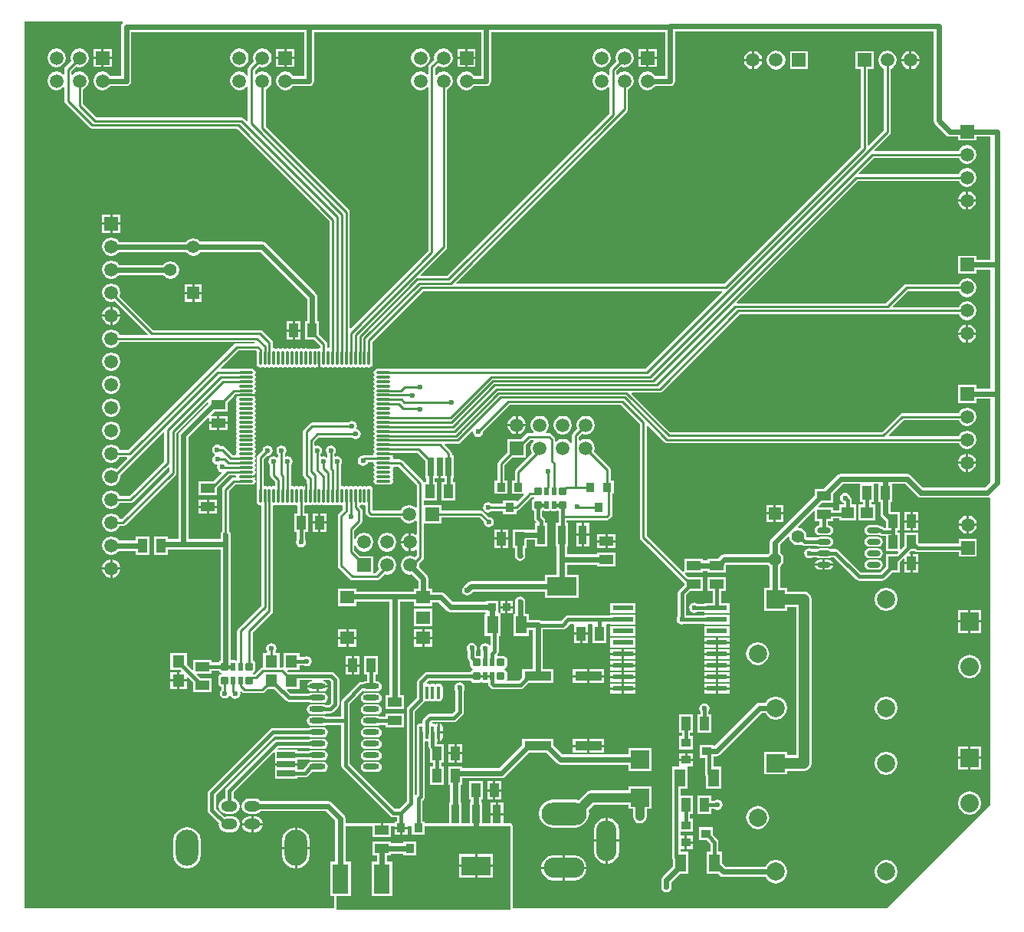
<source format=gtl>
G04*
G04 #@! TF.GenerationSoftware,Altium Limited,Altium Designer,20.0.1 (14)*
G04*
G04 Layer_Physical_Order=1*
G04 Layer_Color=255*
%FSLAX25Y25*%
%MOIN*%
G70*
G01*
G75*
%ADD10C,0.01000*%
%ADD23C,0.03937*%
%ADD41R,0.05512X0.05118*%
%ADD42R,0.06000X0.04000*%
%ADD43R,0.07874X0.07874*%
%ADD44R,0.11811X0.03937*%
%ADD45R,0.04000X0.06000*%
%ADD46R,0.04724X0.07480*%
%ADD47O,0.06496X0.01102*%
%ADD48O,0.01102X0.06496*%
%ADD49O,0.05984X0.02362*%
%ADD50R,0.09055X0.02362*%
%ADD51R,0.12598X0.08268*%
%ADD52R,0.03543X0.08268*%
%ADD53R,0.03740X0.03937*%
%ADD54O,0.01575X0.05709*%
%ADD55R,0.07008X0.12992*%
%ADD56O,0.07087X0.02362*%
%ADD57R,0.05118X0.05512*%
%ADD58R,0.05906X0.05610*%
%ADD59R,0.03937X0.03740*%
%ADD60R,0.04724X0.07480*%
G04:AMPARAMS|DCode=61|XSize=35.43mil|YSize=31.5mil|CornerRadius=3.94mil|HoleSize=0mil|Usage=FLASHONLY|Rotation=270.000|XOffset=0mil|YOffset=0mil|HoleType=Round|Shape=RoundedRectangle|*
%AMROUNDEDRECTD61*
21,1,0.03543,0.02362,0,0,270.0*
21,1,0.02756,0.03150,0,0,270.0*
1,1,0.00787,-0.01181,-0.01378*
1,1,0.00787,-0.01181,0.01378*
1,1,0.00787,0.01181,0.01378*
1,1,0.00787,0.01181,-0.01378*
%
%ADD61ROUNDEDRECTD61*%
G04:AMPARAMS|DCode=62|XSize=35.04mil|YSize=19.68mil|CornerRadius=2.46mil|HoleSize=0mil|Usage=FLASHONLY|Rotation=270.000|XOffset=0mil|YOffset=0mil|HoleType=Round|Shape=RoundedRectangle|*
%AMROUNDEDRECTD62*
21,1,0.03504,0.01476,0,0,270.0*
21,1,0.03012,0.01968,0,0,270.0*
1,1,0.00492,-0.00738,-0.01506*
1,1,0.00492,-0.00738,0.01506*
1,1,0.00492,0.00738,0.01506*
1,1,0.00492,0.00738,-0.01506*
%
%ADD62ROUNDEDRECTD62*%
G04:AMPARAMS|DCode=63|XSize=35.43mil|YSize=19.68mil|CornerRadius=2.46mil|HoleSize=0mil|Usage=FLASHONLY|Rotation=270.000|XOffset=0mil|YOffset=0mil|HoleType=Round|Shape=RoundedRectangle|*
%AMROUNDEDRECTD63*
21,1,0.03543,0.01476,0,0,270.0*
21,1,0.03051,0.01968,0,0,270.0*
1,1,0.00492,-0.00738,-0.01526*
1,1,0.00492,-0.00738,0.01526*
1,1,0.00492,0.00738,0.01526*
1,1,0.00492,0.00738,-0.01526*
%
%ADD63ROUNDEDRECTD63*%
%ADD64R,0.07870X0.02760*%
%ADD65R,0.03347X0.03347*%
%ADD66R,0.02760X0.07870*%
%ADD108C,0.02362*%
%ADD109C,0.01500*%
%ADD110C,0.04724*%
%ADD111R,0.05906X0.05906*%
%ADD112C,0.05906*%
%ADD113C,0.08000*%
%ADD114R,0.08000X0.08000*%
%ADD115R,0.05906X0.05906*%
%ADD116R,0.05512X0.05512*%
%ADD117C,0.05512*%
%ADD118O,0.19685X0.09843*%
%ADD119O,0.17717X0.08858*%
%ADD120O,0.08858X0.17717*%
%ADD121R,0.07874X0.07874*%
%ADD122C,0.07874*%
%ADD123O,0.07087X0.04724*%
%ADD124O,0.09843X0.15748*%
%ADD125C,0.03150*%
%ADD126C,0.02362*%
G36*
X150889Y388476D02*
X150750Y388384D01*
X150268Y387662D01*
X150099Y386811D01*
Y365472D01*
X145315D01*
X144897Y366098D01*
X143589Y366971D01*
X142047Y367278D01*
X140505Y366971D01*
X139198Y366098D01*
X138324Y364790D01*
X138017Y363248D01*
X138324Y361706D01*
X139198Y360398D01*
X140505Y359525D01*
X142047Y359218D01*
X143589Y359525D01*
X144897Y360398D01*
X145315Y361024D01*
X152323D01*
X153174Y361193D01*
X153895Y361676D01*
X154377Y362397D01*
X154547Y363248D01*
Y384587D01*
X229666D01*
Y365472D01*
X224843D01*
X224425Y366098D01*
X223117Y366971D01*
X221575Y367278D01*
X220033Y366971D01*
X218725Y366098D01*
X217851Y364790D01*
X217545Y363248D01*
X217851Y361706D01*
X218725Y360398D01*
X220033Y359525D01*
X221575Y359218D01*
X223117Y359525D01*
X224425Y360398D01*
X224843Y361024D01*
X231890D01*
X232741Y361193D01*
X233462Y361676D01*
X233944Y362397D01*
X234114Y363248D01*
Y384587D01*
X306674D01*
Y365472D01*
X303583D01*
X303165Y366098D01*
X301857Y366971D01*
X300315Y367278D01*
X298773Y366971D01*
X297465Y366098D01*
X296591Y364790D01*
X296285Y363248D01*
X296591Y361706D01*
X297465Y360398D01*
X298773Y359525D01*
X300315Y359218D01*
X301857Y359525D01*
X303165Y360398D01*
X303583Y361024D01*
X308898D01*
X309749Y361193D01*
X310470Y361676D01*
X310952Y362397D01*
X311122Y363248D01*
Y384587D01*
X386674D01*
Y365472D01*
X382323D01*
X381905Y366098D01*
X380597Y366971D01*
X379055Y367278D01*
X377513Y366971D01*
X376205Y366098D01*
X375332Y364790D01*
X375025Y363248D01*
X375332Y361706D01*
X376205Y360398D01*
X377513Y359525D01*
X379055Y359218D01*
X380597Y359525D01*
X381905Y360398D01*
X382323Y361024D01*
X388898D01*
X389749Y361193D01*
X390470Y361676D01*
X390952Y362397D01*
X391122Y363248D01*
Y384745D01*
X503485D01*
Y345945D01*
X503485Y345945D01*
X503654Y345094D01*
X504136Y344372D01*
X508821Y339687D01*
X508821Y339687D01*
X509543Y339205D01*
X510394Y339036D01*
X510394Y339036D01*
X514079D01*
Y337307D01*
X521984D01*
Y339036D01*
X528110D01*
Y285491D01*
X521984D01*
Y287220D01*
X514079D01*
Y279315D01*
X521984D01*
Y281044D01*
X528110D01*
Y229389D01*
X521984D01*
Y231118D01*
X514079D01*
Y223213D01*
X521984D01*
Y224941D01*
X528110D01*
X528110Y188618D01*
X525969Y186476D01*
X498835D01*
X493580Y191730D01*
X492859Y192212D01*
X492008Y192381D01*
X492008Y192381D01*
X482480D01*
X482480Y192381D01*
X482480Y192381D01*
X463126D01*
X463126Y192381D01*
X462275Y192212D01*
X461553Y191730D01*
X461553Y191730D01*
X455564Y185740D01*
X451709D01*
Y182885D01*
X432876Y164053D01*
X432394Y163331D01*
X432225Y162480D01*
X432225Y162480D01*
Y158149D01*
X431741Y157826D01*
X431418Y157342D01*
X412455D01*
X412455Y157342D01*
X411604Y157173D01*
X410882Y156691D01*
X410882Y156691D01*
X409617Y155425D01*
X405252D01*
Y154649D01*
X403016D01*
Y155425D01*
X395016D01*
Y149941D01*
X394516Y149734D01*
X378813Y165437D01*
Y213095D01*
X379275Y213287D01*
X386478Y206084D01*
X386974Y205752D01*
X387559Y205636D01*
X514305D01*
X514308Y205623D01*
X515182Y204316D01*
X516489Y203442D01*
X518032Y203135D01*
X519574Y203442D01*
X520881Y204316D01*
X521755Y205623D01*
X522062Y207165D01*
X521755Y208708D01*
X520881Y210015D01*
X519574Y210889D01*
X518032Y211196D01*
X516489Y210889D01*
X515182Y210015D01*
X514308Y208708D01*
X514305Y208695D01*
X484188D01*
X483997Y209157D01*
X490476Y215636D01*
X514305D01*
X514308Y215623D01*
X515182Y214316D01*
X516489Y213442D01*
X518032Y213135D01*
X519574Y213442D01*
X520881Y214316D01*
X521755Y215623D01*
X522062Y217165D01*
X521755Y218708D01*
X520881Y220015D01*
X519574Y220889D01*
X518032Y221196D01*
X516489Y220889D01*
X515182Y220015D01*
X514308Y218708D01*
X514305Y218695D01*
X489843D01*
X489257Y218578D01*
X488761Y218247D01*
X480996Y210482D01*
X388933D01*
X372225Y227190D01*
X372417Y227652D01*
X384339D01*
X384924Y227768D01*
X385420Y228100D01*
X419059Y261738D01*
X514305D01*
X514308Y261725D01*
X515182Y260418D01*
X516489Y259544D01*
X518032Y259238D01*
X519574Y259544D01*
X520881Y260418D01*
X521755Y261725D01*
X522062Y263268D01*
X521755Y264810D01*
X520881Y266118D01*
X519574Y266991D01*
X518032Y267298D01*
X516489Y266991D01*
X515182Y266118D01*
X514308Y264810D01*
X514305Y264797D01*
X485999D01*
X485808Y265259D01*
X492287Y271738D01*
X514305D01*
X514308Y271725D01*
X515182Y270418D01*
X516489Y269544D01*
X518032Y269237D01*
X519574Y269544D01*
X520881Y270418D01*
X521755Y271725D01*
X522062Y273268D01*
X521755Y274810D01*
X520881Y276117D01*
X519574Y276991D01*
X518032Y277298D01*
X516489Y276991D01*
X515182Y276117D01*
X514308Y274810D01*
X514305Y274797D01*
X491653D01*
X491068Y274681D01*
X490572Y274349D01*
X482807Y266584D01*
X418023D01*
X417831Y267046D01*
X470515Y319730D01*
X514305D01*
X514308Y319718D01*
X515182Y318410D01*
X516489Y317536D01*
X518032Y317230D01*
X519574Y317536D01*
X520881Y318410D01*
X521755Y319718D01*
X522062Y321260D01*
X521755Y322802D01*
X520881Y324110D01*
X519574Y324983D01*
X518032Y325290D01*
X516489Y324983D01*
X515182Y324110D01*
X514308Y322802D01*
X514305Y322789D01*
X471078D01*
X470887Y323251D01*
X477366Y329730D01*
X514305D01*
X514308Y329717D01*
X515182Y328410D01*
X516489Y327536D01*
X518032Y327230D01*
X519574Y327536D01*
X520881Y328410D01*
X521755Y329717D01*
X522062Y331260D01*
X521755Y332802D01*
X520881Y334110D01*
X519574Y334983D01*
X518032Y335290D01*
X516489Y334983D01*
X515182Y334110D01*
X514308Y332802D01*
X514305Y332789D01*
X478007D01*
X477816Y333251D01*
X484507Y339942D01*
X484838Y340438D01*
X484955Y341024D01*
Y368558D01*
X484968Y368560D01*
X486275Y369434D01*
X487149Y370741D01*
X487455Y372284D01*
X487149Y373826D01*
X486275Y375133D01*
X484968Y376007D01*
X483425Y376314D01*
X481883Y376007D01*
X480575Y375133D01*
X479702Y373826D01*
X479395Y372284D01*
X479702Y370741D01*
X480575Y369434D01*
X481883Y368560D01*
X481896Y368558D01*
Y341657D01*
X475417Y335178D01*
X474955Y335369D01*
Y368331D01*
X477378D01*
Y376236D01*
X469472D01*
Y368331D01*
X471896D01*
Y334492D01*
X412359Y274955D01*
X295881D01*
X295690Y275416D01*
X370137Y349864D01*
X370468Y350360D01*
X370585Y350945D01*
Y359522D01*
X370597Y359525D01*
X371905Y360398D01*
X372779Y361706D01*
X373085Y363248D01*
X372779Y364790D01*
X371905Y366098D01*
X370597Y366971D01*
X369055Y367278D01*
X367513Y366971D01*
X366205Y366098D01*
X366063Y365885D01*
X365584Y366030D01*
Y367615D01*
X367502Y369532D01*
X367513Y369525D01*
X369055Y369218D01*
X370597Y369525D01*
X371905Y370398D01*
X372779Y371706D01*
X373085Y373248D01*
X372779Y374790D01*
X371905Y376098D01*
X370597Y376971D01*
X369055Y377278D01*
X367513Y376971D01*
X366205Y376098D01*
X365332Y374790D01*
X365025Y373248D01*
X365332Y371706D01*
X365339Y371695D01*
X362974Y369329D01*
X362642Y368833D01*
X362526Y368248D01*
Y366030D01*
X362047Y365885D01*
X361905Y366098D01*
X360597Y366971D01*
X359055Y367278D01*
X357513Y366971D01*
X356205Y366098D01*
X355332Y364790D01*
X355025Y363248D01*
X355332Y361706D01*
X356205Y360398D01*
X357513Y359525D01*
X359055Y359218D01*
X360597Y359525D01*
X361905Y360398D01*
X362047Y360611D01*
X362526Y360466D01*
Y349106D01*
X291949Y278529D01*
X280519D01*
X280327Y278991D01*
X291396Y290060D01*
X291728Y290556D01*
X291844Y291142D01*
Y359522D01*
X291857Y359525D01*
X293165Y360398D01*
X294038Y361706D01*
X294345Y363248D01*
X294038Y364790D01*
X293165Y366098D01*
X291857Y366971D01*
X290315Y367278D01*
X288773Y366971D01*
X287465Y366098D01*
X287244Y365767D01*
X286766Y365912D01*
Y368717D01*
X288054Y370005D01*
X288773Y369525D01*
X290315Y369218D01*
X291857Y369525D01*
X293165Y370398D01*
X294038Y371706D01*
X294345Y373248D01*
X294038Y374790D01*
X293165Y376098D01*
X291857Y376971D01*
X290315Y377278D01*
X288773Y376971D01*
X287465Y376098D01*
X286592Y374790D01*
X286285Y373248D01*
X286399Y372676D01*
X284155Y370432D01*
X283823Y369936D01*
X283707Y369350D01*
Y366148D01*
X283228Y366003D01*
X283165Y366098D01*
X281857Y366971D01*
X280315Y367278D01*
X278773Y366971D01*
X277465Y366098D01*
X276591Y364790D01*
X276285Y363248D01*
X276591Y361706D01*
X277465Y360398D01*
X278773Y359525D01*
X280315Y359218D01*
X281857Y359525D01*
X283165Y360398D01*
X283228Y360493D01*
X283707Y360348D01*
Y289255D01*
X250074Y255623D01*
X249612Y255814D01*
Y306248D01*
X249496Y306833D01*
X249164Y307330D01*
X213104Y343389D01*
Y359522D01*
X213117Y359525D01*
X214425Y360398D01*
X215298Y361706D01*
X215605Y363248D01*
X215298Y364790D01*
X214425Y366098D01*
X213117Y366971D01*
X211575Y367278D01*
X210033Y366971D01*
X208801Y366149D01*
X208301Y366295D01*
Y367811D01*
X210022Y369532D01*
X210033Y369525D01*
X211575Y369218D01*
X213117Y369525D01*
X214425Y370398D01*
X215298Y371706D01*
X215605Y373248D01*
X215298Y374790D01*
X214425Y376098D01*
X213117Y376971D01*
X211575Y377278D01*
X210033Y376971D01*
X208725Y376098D01*
X207851Y374790D01*
X207545Y373248D01*
X207851Y371706D01*
X207859Y371695D01*
X205690Y369526D01*
X205359Y369030D01*
X205242Y368445D01*
Y365735D01*
X204764Y365590D01*
X204425Y366098D01*
X203117Y366971D01*
X201575Y367278D01*
X200032Y366971D01*
X198725Y366098D01*
X197851Y364790D01*
X197545Y363248D01*
X197851Y361706D01*
X198725Y360398D01*
X200032Y359525D01*
X201575Y359218D01*
X203117Y359525D01*
X204425Y360398D01*
X204764Y360906D01*
X205242Y360761D01*
Y345802D01*
X204780Y345611D01*
X203483Y346908D01*
X202987Y347240D01*
X202402Y347356D01*
X139374D01*
X133577Y353153D01*
Y359522D01*
X133589Y359525D01*
X134897Y360398D01*
X135771Y361706D01*
X136077Y363248D01*
X135771Y364790D01*
X134897Y366098D01*
X133589Y366971D01*
X132047Y367278D01*
X130505Y366971D01*
X129198Y366098D01*
X128996Y365796D01*
X128518Y365942D01*
Y367555D01*
X130494Y369532D01*
X130505Y369525D01*
X132047Y369218D01*
X133589Y369525D01*
X134897Y370398D01*
X135771Y371706D01*
X136077Y373248D01*
X135771Y374790D01*
X134897Y376098D01*
X133589Y376971D01*
X132047Y377278D01*
X130505Y376971D01*
X129198Y376098D01*
X128324Y374790D01*
X128017Y373248D01*
X128324Y371706D01*
X128331Y371695D01*
X125907Y369270D01*
X125575Y368774D01*
X125459Y368189D01*
Y366118D01*
X124980Y365973D01*
X124897Y366098D01*
X123590Y366971D01*
X122047Y367278D01*
X120505Y366971D01*
X119197Y366098D01*
X118324Y364790D01*
X118017Y363248D01*
X118324Y361706D01*
X119197Y360398D01*
X120505Y359525D01*
X122047Y359218D01*
X123590Y359525D01*
X124897Y360398D01*
X124980Y360523D01*
X125459Y360378D01*
Y354547D01*
X125575Y353962D01*
X125907Y353466D01*
X136415Y342958D01*
X136911Y342626D01*
X137496Y342510D01*
X200406D01*
X240648Y302268D01*
Y247349D01*
X240261Y247032D01*
X240209Y247042D01*
X240156Y247032D01*
X239770Y247349D01*
Y248807D01*
X239653Y249392D01*
X239322Y249888D01*
X236291Y252919D01*
Y258764D01*
X235515D01*
Y269307D01*
X235515Y269307D01*
X235346Y270158D01*
X234864Y270880D01*
X234864Y270880D01*
X213069Y292675D01*
X212347Y293157D01*
X211496Y293326D01*
X211496Y293326D01*
X184488D01*
X184243Y293692D01*
X183001Y294522D01*
X181535Y294814D01*
X180070Y294522D01*
X178828Y293692D01*
X178504Y293208D01*
X149200D01*
X148677Y293991D01*
X147369Y294865D01*
X145827Y295172D01*
X144284Y294865D01*
X142977Y293991D01*
X142103Y292684D01*
X141797Y291142D01*
X142103Y289599D01*
X142977Y288292D01*
X144284Y287418D01*
X145827Y287111D01*
X147369Y287418D01*
X148677Y288292D01*
X148989Y288760D01*
X178504D01*
X178828Y288276D01*
X180070Y287446D01*
X181535Y287155D01*
X183001Y287446D01*
X184243Y288276D01*
X184646Y288878D01*
X210575D01*
X231067Y268386D01*
Y258764D01*
X230291D01*
Y250764D01*
X234121D01*
X236711Y248174D01*
Y247349D01*
X236324Y247032D01*
X236272Y247042D01*
X235666Y246922D01*
X235287Y246669D01*
X234908Y246922D01*
X234303Y247042D01*
X233698Y246922D01*
X233319Y246669D01*
X232940Y246922D01*
X232335Y247042D01*
X231729Y246922D01*
X231350Y246669D01*
X230971Y246922D01*
X230366Y247042D01*
X229761Y246922D01*
X229382Y246669D01*
X229003Y246922D01*
X228398Y247042D01*
X227792Y246922D01*
X227413Y246669D01*
X227034Y246922D01*
X226429Y247042D01*
X225824Y246922D01*
X225445Y246669D01*
X225066Y246922D01*
X224461Y247042D01*
X223855Y246922D01*
X223476Y246669D01*
X223097Y246922D01*
X222492Y247042D01*
X221887Y246922D01*
X221508Y246669D01*
X221129Y246922D01*
X220524Y247042D01*
X219918Y246922D01*
X219539Y246669D01*
X219160Y246922D01*
X218555Y247042D01*
X217950Y246922D01*
X217571Y246669D01*
X217192Y246922D01*
X216587Y247042D01*
X216534Y247032D01*
X216147Y247349D01*
Y249358D01*
X216031Y249943D01*
X215700Y250440D01*
X211711Y254428D01*
X211215Y254759D01*
X210630Y254876D01*
X164255D01*
X149543Y269588D01*
X149550Y269599D01*
X149857Y271142D01*
X149550Y272684D01*
X148677Y273991D01*
X147369Y274865D01*
X145827Y275172D01*
X144284Y274865D01*
X142977Y273991D01*
X142103Y272684D01*
X141797Y271142D01*
X142103Y269599D01*
X142977Y268292D01*
X144284Y267418D01*
X145827Y267111D01*
X147369Y267418D01*
X147380Y267426D01*
X161672Y253133D01*
X161481Y252671D01*
X149553D01*
X149550Y252684D01*
X148677Y253992D01*
X147369Y254865D01*
X145827Y255172D01*
X144284Y254865D01*
X142977Y253992D01*
X142103Y252684D01*
X141797Y251142D01*
X142103Y249599D01*
X142977Y248292D01*
X144284Y247418D01*
X145827Y247112D01*
X147369Y247418D01*
X148677Y248292D01*
X149550Y249599D01*
X149553Y249612D01*
X208165D01*
X208181Y249588D01*
X207914Y249088D01*
X200354D01*
X199769Y248972D01*
X199273Y248640D01*
X153304Y202671D01*
X149553D01*
X149550Y202684D01*
X148677Y203992D01*
X147369Y204865D01*
X145827Y205172D01*
X144284Y204865D01*
X142977Y203992D01*
X142103Y202684D01*
X141797Y201142D01*
X142103Y199600D01*
X142977Y198292D01*
X144284Y197418D01*
X145827Y197112D01*
X147369Y197418D01*
X148677Y198292D01*
X149550Y199600D01*
X149553Y199612D01*
X152505D01*
X152696Y199150D01*
X147994Y194448D01*
X147369Y194865D01*
X145827Y195172D01*
X144284Y194865D01*
X142977Y193991D01*
X142103Y192684D01*
X141797Y191142D01*
X142103Y189600D01*
X142977Y188292D01*
X144284Y187418D01*
X145827Y187112D01*
X147369Y187418D01*
X148677Y188292D01*
X149550Y189600D01*
X149857Y191142D01*
X149717Y191845D01*
X168363Y210491D01*
X168825Y210300D01*
Y197838D01*
X153658Y182671D01*
X149553D01*
X149550Y182684D01*
X148677Y183992D01*
X147369Y184865D01*
X145827Y185172D01*
X144284Y184865D01*
X142977Y183992D01*
X142103Y182684D01*
X141797Y181142D01*
X142103Y179599D01*
X142977Y178292D01*
X144284Y177418D01*
X145827Y177112D01*
X147369Y177418D01*
X148677Y178292D01*
X149550Y179599D01*
X149553Y179612D01*
X154291D01*
X154877Y179729D01*
X155373Y180060D01*
X170686Y195373D01*
X171148Y195182D01*
Y193508D01*
X150311Y172671D01*
X149553D01*
X149550Y172684D01*
X148677Y173992D01*
X147369Y174865D01*
X145827Y175172D01*
X144284Y174865D01*
X142977Y173992D01*
X142103Y172684D01*
X141797Y171142D01*
X142103Y169599D01*
X142977Y168292D01*
X144284Y167418D01*
X145827Y167112D01*
X147369Y167418D01*
X148677Y168292D01*
X149550Y169599D01*
X149553Y169612D01*
X150945D01*
X151530Y169729D01*
X152026Y170060D01*
X173759Y191793D01*
X174090Y192289D01*
X174206Y192874D01*
Y209996D01*
X187501Y223291D01*
X188044Y223126D01*
X188051Y223086D01*
X175711Y210746D01*
X175229Y210024D01*
X175060Y209173D01*
X175060Y209173D01*
Y164035D01*
X170583D01*
Y165102D01*
X164583D01*
Y157102D01*
X170583D01*
Y159587D01*
X193367D01*
Y111129D01*
X192949Y110956D01*
X192675Y110296D01*
X189551D01*
Y111567D01*
X181551D01*
Y107224D01*
X181089Y107033D01*
X178638Y109484D01*
Y114472D01*
X171520D01*
Y106961D01*
X176049D01*
X176273Y106682D01*
X176063Y106205D01*
X175579D01*
Y102949D01*
X178638D01*
Y103784D01*
X179100Y103975D01*
X181551Y101524D01*
Y97567D01*
X189551D01*
Y103567D01*
X184555D01*
X183017Y105105D01*
X183208Y105567D01*
X189551D01*
Y106728D01*
X192675D01*
X192949Y106067D01*
X193637Y105782D01*
Y105241D01*
X192949Y104956D01*
X192507Y103890D01*
Y101134D01*
X192949Y100067D01*
X193707Y99753D01*
Y98452D01*
X193664Y98423D01*
X193182Y97701D01*
X193012Y96850D01*
X193182Y95999D01*
X193664Y95278D01*
X194385Y94796D01*
X195236Y94627D01*
X196087Y94796D01*
X196809Y95278D01*
X197202Y95867D01*
X197513Y95876D01*
X197699Y95852D01*
X197738Y95838D01*
X198191Y95160D01*
X198913Y94678D01*
X199764Y94508D01*
X200615Y94678D01*
X201336Y95160D01*
X201818Y95881D01*
X201988Y96732D01*
X201825Y97549D01*
X201847Y97579D01*
X202350Y97732D01*
X202619Y97462D01*
X203116Y97130D01*
X203701Y97014D01*
X211575D01*
X212160Y97130D01*
X212656Y97462D01*
X213919Y98724D01*
X216744D01*
X221762Y93707D01*
X222341Y93320D01*
X223024Y93184D01*
X223024Y93184D01*
X231906D01*
X232310Y92914D01*
X233161Y92745D01*
X237886D01*
X238737Y92914D01*
X239458Y93396D01*
X239940Y94117D01*
X240110Y94968D01*
X239940Y95819D01*
X239458Y96541D01*
X238737Y97023D01*
X237886Y97192D01*
X233161D01*
X232310Y97023D01*
X231906Y96753D01*
X223763D01*
X222253Y98263D01*
X222444Y98724D01*
X227811D01*
Y102664D01*
X232972D01*
X233022Y102164D01*
X232310Y102023D01*
X231589Y101541D01*
X231107Y100820D01*
X231037Y100469D01*
X240010D01*
X239940Y100820D01*
X239458Y101541D01*
X238737Y102023D01*
X238026Y102164D01*
X238075Y102664D01*
X240836D01*
X241483Y102017D01*
Y92826D01*
X240410Y91753D01*
X239141D01*
X238737Y92023D01*
X237886Y92192D01*
X233161D01*
X232310Y92023D01*
X231589Y91541D01*
X231107Y90820D01*
X230938Y89969D01*
X231107Y89117D01*
X231589Y88396D01*
X232310Y87914D01*
X233161Y87745D01*
X237886D01*
X238737Y87914D01*
X239141Y88184D01*
X241150D01*
X241832Y88320D01*
X242411Y88707D01*
X244529Y90825D01*
X244916Y91404D01*
X245052Y92087D01*
X245052Y92087D01*
Y102756D01*
X245052Y102756D01*
X244916Y103439D01*
X244529Y104018D01*
X244529Y104018D01*
X242836Y105710D01*
X242258Y106097D01*
X241575Y106233D01*
X227811D01*
Y106236D01*
X222724D01*
X222501Y106515D01*
X222711Y106992D01*
X227811D01*
Y109043D01*
X229611D01*
X230015Y108772D01*
X230866Y108603D01*
X231717Y108772D01*
X232439Y109254D01*
X232921Y109976D01*
X233090Y110827D01*
X232921Y111678D01*
X232439Y112399D01*
X231717Y112881D01*
X230866Y113051D01*
X230015Y112881D01*
X229611Y112611D01*
X227811D01*
Y114504D01*
X220693D01*
Y108612D01*
X220193Y108201D01*
X220028Y108234D01*
X219071D01*
Y114504D01*
X217412D01*
X217400Y114516D01*
X217191Y115004D01*
X217566Y115566D01*
X217736Y116417D01*
X217566Y117268D01*
X217084Y117990D01*
X216363Y118472D01*
X215512Y118641D01*
X214661Y118472D01*
X213939Y117990D01*
X213457Y117268D01*
X213288Y116417D01*
X213457Y115566D01*
X213833Y115004D01*
X213623Y114516D01*
X213612Y114504D01*
X211953D01*
Y108234D01*
X211862D01*
X211277Y108118D01*
X210781Y107786D01*
X208225Y105230D01*
X207414D01*
X207387Y105241D01*
Y105782D01*
X208074Y106067D01*
X208516Y107134D01*
Y109890D01*
X208074Y110956D01*
X207356Y111254D01*
Y123422D01*
X215688Y131753D01*
X216019Y132249D01*
X216136Y132835D01*
Y175740D01*
X216147Y175799D01*
Y178336D01*
X216534Y178653D01*
X216587Y178643D01*
X217192Y178763D01*
X217571Y179016D01*
X217950Y178763D01*
X218555Y178643D01*
X219160Y178763D01*
X219539Y179016D01*
X219918Y178763D01*
X220524Y178643D01*
X221129Y178763D01*
X221508Y179016D01*
X221887Y178763D01*
X222492Y178643D01*
X223097Y178763D01*
X223476Y179016D01*
X223855Y178763D01*
X224461Y178643D01*
X225066Y178763D01*
X225445Y179016D01*
X225824Y178763D01*
X226429Y178643D01*
X226482Y178653D01*
X226868Y178336D01*
Y175142D01*
X225402D01*
Y167142D01*
X226617D01*
Y163877D01*
X226331Y163449D01*
X226162Y162598D01*
X226331Y161747D01*
X226813Y161026D01*
X227535Y160544D01*
X228386Y160375D01*
X229237Y160544D01*
X229958Y161026D01*
X230440Y161747D01*
X230610Y162598D01*
X230440Y163449D01*
X230186Y163830D01*
Y167142D01*
X231402D01*
Y175142D01*
X229927D01*
Y178336D01*
X230313Y178653D01*
X230366Y178643D01*
X230971Y178763D01*
X231350Y179016D01*
X231729Y178763D01*
X232335Y178643D01*
X232940Y178763D01*
X233319Y179016D01*
X233698Y178763D01*
X234303Y178643D01*
X234908Y178763D01*
X235287Y179016D01*
X235666Y178763D01*
X236272Y178643D01*
X236877Y178763D01*
X237256Y179016D01*
X237635Y178763D01*
X238240Y178643D01*
X238845Y178763D01*
X239224Y179016D01*
X239603Y178763D01*
X240209Y178643D01*
X240814Y178763D01*
X241193Y179016D01*
X241572Y178763D01*
X242177Y178643D01*
X242782Y178763D01*
X243161Y179016D01*
X243540Y178763D01*
X244146Y178643D01*
X244751Y178763D01*
X245130Y179016D01*
X245509Y178763D01*
X246114Y178643D01*
X246135Y178647D01*
X246522Y178330D01*
Y176755D01*
X244863Y175097D01*
X244532Y174601D01*
X244415Y174016D01*
Y152480D01*
X244532Y151895D01*
X244863Y151399D01*
X249745Y146517D01*
X250241Y146185D01*
X250827Y146069D01*
X261299D01*
X261884Y146185D01*
X262381Y146517D01*
X264657Y148793D01*
X265787Y148568D01*
X267330Y148875D01*
X268637Y149749D01*
X269511Y151056D01*
X269818Y152598D01*
X269511Y154141D01*
X268637Y155448D01*
X267330Y156322D01*
X265787Y156629D01*
X264245Y156322D01*
X262938Y155448D01*
X262064Y154141D01*
X261757Y152598D01*
X262064Y151056D01*
X262276Y150738D01*
X260666Y149128D01*
X259740D01*
Y156551D01*
X253997D01*
X251529Y159019D01*
Y161181D01*
X252029Y161230D01*
X252064Y161056D01*
X252938Y159749D01*
X254245Y158875D01*
X255787Y158568D01*
X257330Y158875D01*
X258637Y159749D01*
X259511Y161056D01*
X259818Y162598D01*
X259511Y164141D01*
X258637Y165448D01*
X257330Y166322D01*
X255787Y166629D01*
X254245Y166322D01*
X252938Y165448D01*
X252064Y164141D01*
X252029Y163967D01*
X251529Y164016D01*
Y167634D01*
X254546Y170651D01*
X254877Y171147D01*
X254994Y171732D01*
Y176378D01*
X254877Y176963D01*
X254546Y177459D01*
X253844Y178162D01*
X253925Y178432D01*
X254056Y178656D01*
X254593Y178763D01*
X254972Y179016D01*
X255351Y178763D01*
X255957Y178643D01*
X256009Y178653D01*
X256396Y178336D01*
Y175815D01*
X256512Y175230D01*
X256844Y174733D01*
X257856Y173722D01*
X258352Y173390D01*
X258937Y173274D01*
X271668D01*
X271670Y173261D01*
X272544Y171953D01*
X273851Y171080D01*
X275394Y170773D01*
X276936Y171080D01*
X278211Y171932D01*
X278594Y171847D01*
X278711Y171812D01*
Y166000D01*
X278211Y165733D01*
X277330Y166322D01*
X276287Y166529D01*
Y162598D01*
Y158668D01*
X277330Y158875D01*
X278211Y159464D01*
X278711Y159196D01*
Y156740D01*
X277907Y155936D01*
X277330Y156322D01*
X275787Y156629D01*
X274245Y156322D01*
X272938Y155448D01*
X272064Y154141D01*
X271757Y152598D01*
X272064Y151056D01*
X272938Y149749D01*
X274245Y148875D01*
X275787Y148568D01*
X276526Y148715D01*
X279351Y145890D01*
Y142506D01*
X277622D01*
Y141200D01*
X269488D01*
X269488Y141200D01*
X269488Y141200D01*
X252457D01*
Y142506D01*
X244551D01*
Y134896D01*
X252457D01*
Y136752D01*
X266871D01*
Y95976D01*
X265094D01*
Y89976D01*
X273095D01*
Y95976D01*
X271318D01*
Y136752D01*
X277622D01*
Y134896D01*
X285527D01*
Y136477D01*
X288173D01*
X291813Y132837D01*
X291813Y132837D01*
X292535Y132355D01*
X293386Y132186D01*
X293386Y132186D01*
X308568D01*
X308831Y131922D01*
X308867Y131758D01*
X308551Y131354D01*
X308291D01*
Y121874D01*
X310814D01*
Y117845D01*
X310314Y117693D01*
X310037Y118108D01*
X309316Y118590D01*
X308465Y118759D01*
X307613Y118590D01*
X306892Y118108D01*
X306410Y117386D01*
X306241Y116535D01*
X306410Y115684D01*
X306602Y115398D01*
Y113338D01*
X306186Y113061D01*
X305827Y113209D01*
X304422D01*
Y115398D01*
X304692Y115803D01*
X304862Y116654D01*
X304692Y117505D01*
X304210Y118226D01*
X303489Y118708D01*
X302638Y118877D01*
X301787Y118708D01*
X301065Y118226D01*
X300583Y117505D01*
X300414Y116654D01*
X300583Y115803D01*
X300853Y115398D01*
Y112331D01*
X300989Y111648D01*
X301376Y111069D01*
X301956Y110489D01*
Y108945D01*
X302398Y107878D01*
X303085Y107593D01*
Y107052D01*
X302398Y106767D01*
X302124Y106107D01*
X283260D01*
X282577Y105971D01*
X281998Y105585D01*
X279360Y102946D01*
X278973Y102368D01*
X278837Y101685D01*
Y100022D01*
X278828Y100008D01*
X278689Y99311D01*
Y95177D01*
X278728Y94985D01*
Y94834D01*
X274898Y91004D01*
X274511Y90425D01*
X274375Y89742D01*
Y49797D01*
X271178Y46600D01*
X269113D01*
X249444Y66268D01*
Y84683D01*
X249515Y85039D01*
X249515Y85039D01*
Y92464D01*
X255235Y98184D01*
X255308D01*
X255712Y97914D01*
X256563Y97745D01*
X261287D01*
X262138Y97914D01*
X262860Y98396D01*
X263342Y99117D01*
X263511Y99968D01*
X263342Y100820D01*
X262860Y101541D01*
X262138Y102023D01*
X261287Y102192D01*
X260710D01*
Y104976D01*
X261882D01*
Y112976D01*
X255882D01*
Y104976D01*
X257141D01*
Y102192D01*
X256563D01*
X255712Y102023D01*
X255308Y101753D01*
X254496D01*
X254496Y101753D01*
X253813Y101617D01*
X253234Y101230D01*
X253234Y101230D01*
X246469Y94465D01*
X246082Y93886D01*
X245947Y93203D01*
Y86753D01*
X239141D01*
X238737Y87023D01*
X237886Y87192D01*
X233161D01*
X232310Y87023D01*
X231589Y86541D01*
X231107Y85820D01*
X230938Y84969D01*
X231107Y84118D01*
X231589Y83396D01*
X232310Y82914D01*
X233161Y82745D01*
X237886D01*
X238737Y82914D01*
X239141Y83184D01*
X245876D01*
Y65529D01*
X246012Y64846D01*
X246398Y64267D01*
X267112Y43554D01*
X267691Y43167D01*
X268374Y43031D01*
X268374Y43031D01*
X270133D01*
Y41257D01*
X269047D01*
Y40334D01*
X267583D01*
Y40465D01*
X264083D01*
Y37465D01*
X263083D01*
Y40465D01*
X259583D01*
Y40334D01*
X247696D01*
Y42520D01*
X247696Y42520D01*
X247527Y43371D01*
X247045Y44092D01*
X247045Y44092D01*
X241730Y49407D01*
X241008Y49889D01*
X240158Y50059D01*
X240157Y50059D01*
X210963D01*
X210829Y50259D01*
X209717Y51002D01*
X208405Y51263D01*
X206043D01*
X204731Y51002D01*
X203619Y50259D01*
X202876Y49147D01*
X202615Y47835D01*
X202876Y46523D01*
X203619Y45411D01*
X204731Y44668D01*
X206043Y44407D01*
X208405D01*
X209717Y44668D01*
X210829Y45411D01*
X210963Y45611D01*
X239236D01*
X243249Y41598D01*
Y23638D01*
X240968D01*
Y8646D01*
X242815D01*
Y3543D01*
X108071Y3543D01*
X108071Y388976D01*
X150738D01*
X150889Y388476D01*
D02*
G37*
G36*
X411672Y271434D02*
X378233Y237994D01*
X267184D01*
X266921Y238046D01*
X261527D01*
X260922Y237926D01*
X260409Y237583D01*
X260066Y237070D01*
X259946Y236465D01*
X260066Y235859D01*
X260320Y235480D01*
X260066Y235101D01*
X259946Y234496D01*
X260066Y233891D01*
X260320Y233512D01*
X260066Y233133D01*
X259946Y232528D01*
X260066Y231922D01*
X260320Y231543D01*
X260066Y231164D01*
X259946Y230559D01*
X260066Y229954D01*
X260320Y229575D01*
X260066Y229196D01*
X259946Y228590D01*
X260066Y227985D01*
X260320Y227606D01*
X260066Y227227D01*
X259946Y226622D01*
X260066Y226017D01*
X260320Y225638D01*
X260066Y225259D01*
X259946Y224654D01*
X260066Y224048D01*
X260320Y223669D01*
X260066Y223290D01*
X259946Y222685D01*
X260066Y222080D01*
X260320Y221701D01*
X260066Y221322D01*
X259946Y220717D01*
X260066Y220111D01*
X260320Y219732D01*
X260066Y219353D01*
X259946Y218748D01*
X260066Y218143D01*
X260320Y217764D01*
X260066Y217385D01*
X259946Y216779D01*
X260066Y216174D01*
X260320Y215795D01*
X260066Y215416D01*
X259946Y214811D01*
X260066Y214206D01*
X260320Y213827D01*
X260066Y213448D01*
X259946Y212842D01*
X260066Y212237D01*
X260320Y211858D01*
X260066Y211479D01*
X259946Y210874D01*
X260066Y210269D01*
X260320Y209890D01*
X260066Y209511D01*
X259946Y208906D01*
X260066Y208300D01*
X260320Y207921D01*
X260066Y207542D01*
X259946Y206937D01*
X260066Y206332D01*
X260320Y205953D01*
X260066Y205574D01*
X259946Y204969D01*
X260066Y204363D01*
X260320Y203984D01*
X260066Y203605D01*
X259946Y203000D01*
X260066Y202395D01*
X260320Y202016D01*
X260066Y201637D01*
X259946Y201031D01*
X259956Y200979D01*
X259639Y200592D01*
X256268D01*
X255682Y200476D01*
X255434Y200310D01*
X255315Y200334D01*
X254464Y200165D01*
X253743Y199683D01*
X253260Y198961D01*
X253091Y198110D01*
X253260Y197259D01*
X253743Y196538D01*
X254464Y196056D01*
X255315Y195886D01*
X256166Y196056D01*
X256887Y196538D01*
X257369Y197259D01*
X257424Y197534D01*
X259639D01*
X259956Y197147D01*
X259946Y197095D01*
X260066Y196489D01*
X260320Y196110D01*
X260066Y195731D01*
X259946Y195126D01*
X260066Y194521D01*
X260320Y194142D01*
X260066Y193763D01*
X259946Y193157D01*
X260066Y192552D01*
X260320Y192173D01*
X260066Y191794D01*
X259946Y191189D01*
X260066Y190584D01*
X260320Y190205D01*
X260066Y189826D01*
X259946Y189220D01*
X260066Y188615D01*
X260409Y188102D01*
X260922Y187759D01*
X261527Y187639D01*
X266921D01*
X267527Y187759D01*
X268040Y188102D01*
X268382Y188615D01*
X268503Y189220D01*
X268382Y189826D01*
X268129Y190205D01*
X268382Y190584D01*
X268503Y191189D01*
X268382Y191794D01*
X268129Y192173D01*
X268382Y192552D01*
X268503Y193157D01*
X268382Y193763D01*
X268129Y194142D01*
X268382Y194521D01*
X268503Y195126D01*
X268492Y195179D01*
X268810Y195565D01*
X270737D01*
X278711Y187591D01*
Y177795D01*
X278594Y177759D01*
X278211Y177675D01*
X276936Y178527D01*
X275394Y178833D01*
X273851Y178527D01*
X272544Y177653D01*
X271670Y176345D01*
X271668Y176332D01*
X259571D01*
X259455Y176449D01*
Y179962D01*
X259507Y180224D01*
Y185618D01*
X259386Y186223D01*
X259044Y186736D01*
X258530Y187079D01*
X257925Y187200D01*
X257320Y187079D01*
X256941Y186826D01*
X256562Y187079D01*
X255957Y187200D01*
X255351Y187079D01*
X254972Y186826D01*
X254593Y187079D01*
X253988Y187200D01*
X253383Y187079D01*
X253004Y186826D01*
X252625Y187079D01*
X252020Y187200D01*
X251414Y187079D01*
X251035Y186826D01*
X250656Y187079D01*
X250051Y187200D01*
X249446Y187079D01*
X249067Y186826D01*
X248688Y187079D01*
X248083Y187200D01*
X247477Y187079D01*
X247098Y186826D01*
X246719Y187079D01*
X246114Y187200D01*
X246061Y187189D01*
X245675Y187506D01*
Y196333D01*
X246110Y196984D01*
X246279Y197835D01*
X246110Y198686D01*
X245628Y199407D01*
X244906Y199889D01*
X244055Y200059D01*
X243368Y199922D01*
X242868Y200220D01*
Y200853D01*
X242950Y200908D01*
X243432Y201629D01*
X243602Y202480D01*
X243432Y203331D01*
X242950Y204053D01*
X242229Y204535D01*
X241378Y204704D01*
X240527Y204535D01*
X239806Y204053D01*
X239323Y203331D01*
X239154Y202480D01*
X239323Y201629D01*
X239806Y200908D01*
X239809Y200905D01*
Y199857D01*
X239309Y199590D01*
X238997Y199799D01*
X238146Y199968D01*
X237407Y199821D01*
X236907Y200095D01*
Y200879D01*
X236950Y200908D01*
X237433Y201629D01*
X237602Y202480D01*
X237433Y203331D01*
X236950Y204053D01*
X236229Y204535D01*
X235378Y204704D01*
X234707Y204571D01*
X234207Y204876D01*
Y206296D01*
X236067Y208156D01*
X250525D01*
X250553Y208113D01*
X251275Y207630D01*
X252126Y207461D01*
X252977Y207630D01*
X253698Y208113D01*
X254181Y208834D01*
X254350Y209685D01*
X254181Y210536D01*
X253698Y211258D01*
X252977Y211740D01*
X252726Y211789D01*
X252566Y212176D01*
X252573Y212330D01*
X252736Y213150D01*
X252566Y214001D01*
X252084Y214722D01*
X251363Y215204D01*
X250512Y215373D01*
X249661Y215204D01*
X248939Y214722D01*
X248910Y214679D01*
X233228D01*
X232643Y214563D01*
X232147Y214231D01*
X229706Y211790D01*
X229374Y211294D01*
X229258Y210709D01*
Y191929D01*
X229374Y191344D01*
X229706Y190848D01*
X230805Y189748D01*
Y187506D01*
X230419Y187189D01*
X230366Y187200D01*
X229761Y187079D01*
X229382Y186826D01*
X229003Y187079D01*
X228398Y187200D01*
X227792Y187079D01*
X227413Y186826D01*
X227034Y187079D01*
X226429Y187200D01*
X225824Y187079D01*
X225445Y186826D01*
X225066Y187079D01*
X224461Y187200D01*
X224408Y187189D01*
X224022Y187506D01*
Y196106D01*
X224120Y196172D01*
X224602Y196893D01*
X224771Y197744D01*
X224602Y198595D01*
X224120Y199317D01*
X223398Y199799D01*
X222547Y199968D01*
X221888Y199837D01*
X221388Y200148D01*
Y200879D01*
X221431Y200908D01*
X221913Y201629D01*
X222082Y202480D01*
X221913Y203331D01*
X221431Y204053D01*
X220709Y204535D01*
X219858Y204704D01*
X219007Y204535D01*
X218286Y204053D01*
X217804Y203331D01*
X217634Y202480D01*
X217804Y201629D01*
X218286Y200908D01*
X218329Y200879D01*
Y199717D01*
X217829Y199458D01*
X217319Y199799D01*
X216469Y199968D01*
X215617Y199799D01*
X214896Y199317D01*
X214414Y198595D01*
X214245Y197744D01*
X214414Y196893D01*
X214896Y196172D01*
X214939Y196143D01*
Y191799D01*
X215055Y191214D01*
X215387Y190718D01*
X217026Y189079D01*
Y187506D01*
X216639Y187189D01*
X216587Y187200D01*
X215981Y187079D01*
X215602Y186826D01*
X215223Y187079D01*
X214618Y187200D01*
X214013Y187079D01*
X213634Y186826D01*
X213255Y187079D01*
X212650Y187200D01*
X212597Y187189D01*
X212210Y187506D01*
Y198670D01*
X213807Y200267D01*
X213858Y200256D01*
X214709Y200426D01*
X215431Y200908D01*
X215913Y201629D01*
X216082Y202480D01*
X215913Y203331D01*
X215431Y204053D01*
X214709Y204535D01*
X213858Y204704D01*
X213007Y204535D01*
X212286Y204053D01*
X211804Y203331D01*
X211634Y202480D01*
X211645Y202430D01*
X209600Y200385D01*
X209268Y199888D01*
X209152Y199303D01*
Y185880D01*
X209100Y185618D01*
Y180224D01*
X209220Y179619D01*
X209563Y179106D01*
X210076Y178763D01*
X210681Y178643D01*
X210734Y178653D01*
X211120Y178336D01*
Y135181D01*
X201005Y125066D01*
X200674Y124570D01*
X200557Y123984D01*
Y111562D01*
X200057Y111228D01*
X199675Y111386D01*
X198199D01*
X197814Y111643D01*
Y161890D01*
X197814Y161890D01*
X197814Y161890D01*
Y165827D01*
X197645Y166678D01*
X197163Y167399D01*
X197120Y167428D01*
Y184957D01*
X199854Y187691D01*
X201423D01*
X201685Y187639D01*
X207079D01*
X207684Y187759D01*
X208197Y188102D01*
X208540Y188615D01*
X208660Y189220D01*
X208540Y189826D01*
X208287Y190205D01*
X208540Y190584D01*
X208561Y190689D01*
X207648D01*
X207079Y190802D01*
X204382D01*
Y191576D01*
X207079D01*
X207648Y191689D01*
X208561D01*
X208540Y191794D01*
X208287Y192173D01*
X208540Y192552D01*
X208660Y193157D01*
X208540Y193763D01*
X208287Y194142D01*
X208540Y194521D01*
X208660Y195126D01*
X208540Y195731D01*
X208287Y196110D01*
X208540Y196489D01*
X208660Y197095D01*
X208540Y197700D01*
X208287Y198079D01*
X208540Y198458D01*
X208660Y199063D01*
X208540Y199668D01*
X208287Y200047D01*
X208540Y200426D01*
X208660Y201031D01*
X208540Y201637D01*
X208287Y202016D01*
X208540Y202395D01*
X208660Y203000D01*
X208540Y203605D01*
X208287Y203984D01*
X208540Y204363D01*
X208660Y204969D01*
X208540Y205574D01*
X208287Y205953D01*
X208540Y206332D01*
X208660Y206937D01*
X208540Y207542D01*
X208287Y207921D01*
X208540Y208300D01*
X208660Y208906D01*
X208540Y209511D01*
X208287Y209890D01*
X208540Y210269D01*
X208660Y210874D01*
X208540Y211479D01*
X208287Y211858D01*
X208540Y212237D01*
X208660Y212842D01*
X208540Y213448D01*
X208287Y213827D01*
X208540Y214206D01*
X208660Y214811D01*
X208540Y215416D01*
X208287Y215795D01*
X208540Y216174D01*
X208660Y216779D01*
X208540Y217385D01*
X208287Y217764D01*
X208540Y218143D01*
X208660Y218748D01*
X208540Y219353D01*
X208287Y219732D01*
X208540Y220111D01*
X208660Y220717D01*
X208540Y221322D01*
X208287Y221701D01*
X208540Y222080D01*
X208660Y222685D01*
X208540Y223290D01*
X208287Y223669D01*
X208540Y224048D01*
X208660Y224654D01*
X208540Y225259D01*
X208287Y225638D01*
X208540Y226017D01*
X208561Y226122D01*
X207648D01*
X207079Y226235D01*
X204382D01*
Y227009D01*
X207079D01*
X207648Y227122D01*
X208561D01*
X208540Y227227D01*
X208287Y227606D01*
X208540Y227985D01*
X208660Y228590D01*
X208540Y229196D01*
X208287Y229575D01*
X208540Y229954D01*
X208660Y230559D01*
X208540Y231164D01*
X208287Y231543D01*
X208540Y231922D01*
X208660Y232528D01*
X208540Y233133D01*
X208287Y233512D01*
X208540Y233891D01*
X208660Y234496D01*
X208540Y235101D01*
X208287Y235480D01*
X208540Y235859D01*
X208660Y236465D01*
X208540Y237070D01*
X208197Y237583D01*
X207684Y237926D01*
X207079Y238046D01*
X201685D01*
X201423Y237994D01*
X193605D01*
X193414Y238456D01*
X200988Y246030D01*
X208813D01*
X209140Y245664D01*
X209100Y245461D01*
Y240067D01*
X209220Y239462D01*
X209563Y238949D01*
X210076Y238606D01*
X210681Y238485D01*
X211286Y238606D01*
X211665Y238859D01*
X212044Y238606D01*
X212650Y238485D01*
X213255Y238606D01*
X213634Y238859D01*
X214013Y238606D01*
X214618Y238485D01*
X215223Y238606D01*
X215602Y238859D01*
X215981Y238606D01*
X216587Y238485D01*
X217192Y238606D01*
X217571Y238859D01*
X217950Y238606D01*
X218555Y238485D01*
X219160Y238606D01*
X219539Y238859D01*
X219918Y238606D01*
X220524Y238485D01*
X221129Y238606D01*
X221508Y238859D01*
X221887Y238606D01*
X222492Y238485D01*
X223097Y238606D01*
X223476Y238859D01*
X223855Y238606D01*
X224461Y238485D01*
X225066Y238606D01*
X225445Y238859D01*
X225824Y238606D01*
X226429Y238485D01*
X227034Y238606D01*
X227413Y238859D01*
X227792Y238606D01*
X228398Y238485D01*
X229003Y238606D01*
X229382Y238859D01*
X229761Y238606D01*
X230366Y238485D01*
X230971Y238606D01*
X231350Y238859D01*
X231729Y238606D01*
X232335Y238485D01*
X232940Y238606D01*
X233319Y238859D01*
X233698Y238606D01*
X234303Y238485D01*
X234908Y238606D01*
X235287Y238859D01*
X235666Y238606D01*
X235772Y238585D01*
Y239497D01*
X235885Y240067D01*
Y242764D01*
X236658D01*
Y240067D01*
X236772Y239498D01*
Y238585D01*
X236877Y238606D01*
X237256Y238859D01*
X237635Y238606D01*
X238240Y238485D01*
X238845Y238606D01*
X239224Y238859D01*
X239603Y238606D01*
X240209Y238485D01*
X240814Y238606D01*
X241193Y238859D01*
X241572Y238606D01*
X242177Y238485D01*
X242782Y238606D01*
X243161Y238859D01*
X243540Y238606D01*
X244146Y238485D01*
X244751Y238606D01*
X245130Y238859D01*
X245509Y238606D01*
X246114Y238485D01*
X246719Y238606D01*
X247098Y238859D01*
X247477Y238606D01*
X248083Y238485D01*
X248688Y238606D01*
X249067Y238859D01*
X249446Y238606D01*
X250051Y238485D01*
X250656Y238606D01*
X251035Y238859D01*
X251414Y238606D01*
X252020Y238485D01*
X252625Y238606D01*
X253004Y238859D01*
X253383Y238606D01*
X253988Y238485D01*
X254593Y238606D01*
X254972Y238859D01*
X255351Y238606D01*
X255957Y238485D01*
X256562Y238606D01*
X256941Y238859D01*
X257320Y238606D01*
X257925Y238485D01*
X258530Y238606D01*
X259044Y238949D01*
X259386Y239462D01*
X259507Y240067D01*
Y245461D01*
X259455Y245723D01*
Y249929D01*
X281421Y271896D01*
X411481D01*
X411672Y271434D01*
D02*
G37*
G36*
X199993Y226670D02*
X200109Y226593D01*
X200224Y226017D01*
X200477Y225638D01*
X200224Y225259D01*
X200103Y224654D01*
X200224Y224048D01*
X200477Y223669D01*
X200224Y223290D01*
X200103Y222685D01*
X200224Y222080D01*
X200477Y221701D01*
X200224Y221322D01*
X200103Y220717D01*
X200224Y220111D01*
X200477Y219732D01*
X200224Y219353D01*
X200103Y218748D01*
X200224Y218143D01*
X200477Y217764D01*
X200224Y217385D01*
X200103Y216779D01*
X200224Y216174D01*
X200477Y215795D01*
X200224Y215416D01*
X200103Y214811D01*
X200224Y214206D01*
X200477Y213827D01*
X200224Y213448D01*
X200103Y212842D01*
X200224Y212237D01*
X200477Y211858D01*
X200224Y211479D01*
X200103Y210874D01*
X200224Y210269D01*
X200477Y209890D01*
X200224Y209511D01*
X200103Y208906D01*
X200224Y208300D01*
X200477Y207921D01*
X200224Y207542D01*
X200103Y206937D01*
X200224Y206332D01*
X200477Y205953D01*
X200224Y205574D01*
X200103Y204969D01*
X200224Y204363D01*
X200477Y203984D01*
X200224Y203605D01*
X200103Y203000D01*
X200224Y202395D01*
X200477Y202016D01*
X200224Y201637D01*
X200103Y201031D01*
X200114Y200979D01*
X199797Y200592D01*
X198539D01*
X195137Y203995D01*
X194640Y204326D01*
X194055Y204443D01*
X193491D01*
X193462Y204486D01*
X192741Y204968D01*
X191890Y205137D01*
X191039Y204968D01*
X190317Y204486D01*
X189835Y203764D01*
X189666Y202913D01*
X189835Y202062D01*
X190317Y201341D01*
X190764Y201042D01*
X190766Y200442D01*
X190396Y200195D01*
X189914Y199473D01*
X189745Y198622D01*
X189914Y197771D01*
X190396Y197049D01*
X191118Y196567D01*
X191626Y196466D01*
X191965Y196159D01*
X191961Y195929D01*
X191831Y195276D01*
X192000Y194425D01*
X192483Y193703D01*
X193204Y193221D01*
X193681Y193126D01*
X193846Y192584D01*
X190231Y188969D01*
X183913D01*
Y182968D01*
X191913D01*
Y186325D01*
X197216Y191628D01*
X199797D01*
X200114Y191242D01*
X200103Y191189D01*
X200114Y191136D01*
X199797Y190750D01*
X199221D01*
X198635Y190633D01*
X198139Y190302D01*
X194509Y186672D01*
X194178Y186176D01*
X194061Y185591D01*
Y167428D01*
X194018Y167399D01*
X193536Y166678D01*
X193367Y165827D01*
Y164035D01*
X179507D01*
Y208252D01*
X187900Y216645D01*
X188362Y216454D01*
Y215083D01*
X191862D01*
Y217583D01*
X189491D01*
X189300Y218045D01*
X190795Y219540D01*
X191543D01*
X191543Y219540D01*
X191758Y219583D01*
X196362D01*
Y223554D01*
X199634Y226826D01*
X199993Y226670D01*
D02*
G37*
G36*
X375754Y213973D02*
Y164803D01*
X375870Y164218D01*
X376202Y163722D01*
X395016Y144908D01*
Y143917D01*
X392754Y141655D01*
X392367Y141077D01*
X392231Y140394D01*
Y130311D01*
X391961Y129906D01*
X391792Y129055D01*
X391961Y128204D01*
X392443Y127483D01*
X393165Y127001D01*
X394016Y126831D01*
X394867Y127001D01*
X395242Y127251D01*
X403701D01*
Y126854D01*
X414757D01*
Y131217D01*
X403701D01*
Y130820D01*
X395800D01*
Y139655D01*
X397571Y141425D01*
X403016D01*
Y147425D01*
X396824D01*
X395324Y148925D01*
X395531Y149425D01*
X403016D01*
Y150201D01*
X405252D01*
Y149425D01*
X413252D01*
Y152770D01*
X413376Y152894D01*
X431418D01*
X431741Y152410D01*
X432225Y152087D01*
Y142732D01*
X429906D01*
Y132858D01*
X439780D01*
Y134367D01*
X443698D01*
Y69964D01*
X439780D01*
Y71473D01*
X429906D01*
Y61598D01*
X439780D01*
Y63107D01*
X447126D01*
X448438Y63368D01*
X449550Y64111D01*
X450293Y65224D01*
X450554Y66535D01*
Y137795D01*
X450293Y139107D01*
X449550Y140219D01*
X448438Y140962D01*
X447126Y141223D01*
X439780D01*
Y142732D01*
X436673D01*
Y152087D01*
X437157Y152410D01*
X437987Y153653D01*
X438278Y155118D01*
X437987Y156584D01*
X437157Y157826D01*
X436673Y158149D01*
Y161559D01*
X440130Y165016D01*
X440672Y164852D01*
X440911Y163653D01*
X441741Y162410D01*
X442983Y161580D01*
X444449Y161289D01*
X445914Y161580D01*
X446072Y161612D01*
X446651Y161225D01*
X447333Y161090D01*
X447333Y161090D01*
X452721D01*
X453125Y160819D01*
X453976Y160650D01*
X457598D01*
X458449Y160819D01*
X459171Y161302D01*
X459653Y162023D01*
X459822Y162874D01*
X459653Y163725D01*
X459171Y164446D01*
X458449Y164929D01*
X457598Y165098D01*
X453976D01*
X453125Y164929D01*
X452721Y164658D01*
X448581D01*
X448264Y165045D01*
X448278Y165118D01*
X447987Y166584D01*
X447157Y167826D01*
X445914Y168656D01*
X444715Y168895D01*
X444551Y169437D01*
X451247Y176133D01*
X451709Y175942D01*
Y171740D01*
X453924D01*
Y170088D01*
X453125Y169929D01*
X452404Y169447D01*
X451922Y168725D01*
X451753Y167874D01*
X451922Y167023D01*
X452404Y166302D01*
X453125Y165820D01*
X453976Y165650D01*
X457598D01*
X458449Y165820D01*
X459171Y166302D01*
X459653Y167023D01*
X459822Y167874D01*
X459653Y168725D01*
X459171Y169447D01*
X458449Y169929D01*
X457598Y170098D01*
X457493D01*
Y171740D01*
X459709D01*
Y172956D01*
X462386D01*
Y171953D01*
X469898D01*
Y179071D01*
X467926D01*
Y180787D01*
X467790Y181470D01*
X467403Y182049D01*
X467149Y182303D01*
X467055Y182780D01*
X466573Y183502D01*
X465851Y183984D01*
X465000Y184153D01*
X464149Y183984D01*
X463427Y183502D01*
X462945Y182780D01*
X462776Y181929D01*
X462945Y181078D01*
X463427Y180357D01*
X464149Y179875D01*
X464357Y179833D01*
Y179071D01*
X462386D01*
Y176524D01*
X459709D01*
Y177740D01*
X453507D01*
X453316Y178202D01*
X454854Y179740D01*
X459709D01*
Y183595D01*
X464047Y187934D01*
X471543D01*
Y180252D01*
X472822D01*
Y179071D01*
X470653D01*
Y171953D01*
X478165D01*
Y179071D01*
X476391D01*
Y180252D01*
X477543D01*
Y187934D01*
X479543D01*
Y180252D01*
X480319D01*
Y175071D01*
X480319Y175071D01*
X480489Y174220D01*
X480971Y173498D01*
X482961Y171509D01*
Y168910D01*
X481841D01*
X481781Y168971D01*
X481202Y169358D01*
X480742Y169449D01*
X480024Y169929D01*
X479173Y170098D01*
X475551D01*
X474700Y169929D01*
X473979Y169447D01*
X473497Y168725D01*
X473327Y167874D01*
X473497Y167023D01*
X473979Y166302D01*
X474700Y165820D01*
X475551Y165650D01*
X479173D01*
X479935Y165802D01*
X480419Y165478D01*
X481102Y165342D01*
X481102Y165342D01*
X482961D01*
Y158598D01*
X487839D01*
X488030Y158136D01*
X487437Y157543D01*
X482961D01*
Y152067D01*
X480316Y149422D01*
X471802D01*
X462088Y159136D01*
X461510Y159522D01*
X460827Y159658D01*
X458854D01*
X458449Y159929D01*
X457598Y160098D01*
X453976D01*
X453125Y159929D01*
X452721Y159658D01*
X450685D01*
X450339Y159889D01*
X449488Y160058D01*
X448637Y159889D01*
X447916Y159407D01*
X447434Y158686D01*
X447264Y157835D01*
X447434Y156984D01*
X447916Y156262D01*
X448637Y155780D01*
X449488Y155611D01*
X450339Y155780D01*
X450803Y156090D01*
X452721D01*
X453125Y155819D01*
X453976Y155650D01*
X457598D01*
X458449Y155819D01*
X458854Y156090D01*
X460088D01*
X469801Y146376D01*
X470380Y145989D01*
X471063Y145853D01*
X481055D01*
X481738Y145989D01*
X482317Y146376D01*
X485484Y149543D01*
X488961D01*
Y154020D01*
X490499Y155558D01*
X490961Y155367D01*
Y154043D01*
X493461D01*
Y157543D01*
X493137D01*
X492946Y158005D01*
X493539Y158598D01*
X495624D01*
X495640Y158588D01*
X496323Y158452D01*
X496323Y158452D01*
X514354D01*
Y156283D01*
X522260D01*
Y164189D01*
X514354D01*
Y162021D01*
X497062D01*
X496961Y162122D01*
Y166598D01*
X490961D01*
Y161521D01*
X490926Y161348D01*
Y161032D01*
X489423Y159529D01*
X488961Y159720D01*
Y166598D01*
X487745D01*
Y167654D01*
X488961D01*
Y175654D01*
X485106D01*
X484767Y175992D01*
Y180252D01*
X485543D01*
Y187934D01*
X491087D01*
X496341Y182679D01*
X496341Y182679D01*
X497062Y182197D01*
X497913Y182028D01*
X497913Y182028D01*
X526890D01*
X526890Y182028D01*
X527610Y182171D01*
X528110Y181889D01*
Y48583D01*
X483071Y3543D01*
X320571Y3543D01*
Y39252D01*
X320253Y40017D01*
X319488Y40334D01*
X316351D01*
Y43794D01*
X310808D01*
Y40334D01*
X307296D01*
Y49428D01*
X306704D01*
Y50673D01*
X307437D01*
Y58673D01*
X301437D01*
Y50673D01*
X302257D01*
Y49428D01*
X301753D01*
Y40334D01*
X298241D01*
Y49428D01*
X297726D01*
Y57024D01*
X298535D01*
Y60020D01*
X315551D01*
X315551Y60020D01*
X316402Y60189D01*
X317124Y60672D01*
X327578Y71126D01*
X335099D01*
X339687Y66538D01*
X339687Y66538D01*
X340409Y66056D01*
X341260Y65886D01*
X370850D01*
Y63173D01*
X380724D01*
Y73047D01*
X370850D01*
Y70334D01*
X342181D01*
X338244Y74271D01*
Y77063D01*
X324433D01*
Y74271D01*
X314630Y64468D01*
X298535D01*
Y65024D01*
X292535D01*
Y57024D01*
X293279D01*
Y49428D01*
X292698D01*
Y40334D01*
X282267D01*
Y41257D01*
X281182D01*
Y50246D01*
X281773Y50838D01*
X282160Y51417D01*
X282296Y52100D01*
X282296Y52100D01*
Y75676D01*
X282796Y76086D01*
X283071Y76032D01*
X283346Y76086D01*
X283846Y75676D01*
Y73772D01*
X283981Y73089D01*
X284368Y72510D01*
X284535Y72343D01*
Y66866D01*
X285751D01*
Y65024D01*
X284535D01*
Y57024D01*
X290535D01*
Y65024D01*
X289320D01*
Y66866D01*
X290535D01*
Y74866D01*
X287414D01*
Y75676D01*
X287689Y75902D01*
Y79921D01*
Y83711D01*
X287492Y83672D01*
X286909Y83283D01*
X286327Y83672D01*
X285630Y83811D01*
X285607Y83806D01*
X285392Y83934D01*
X285250Y84129D01*
X285484Y84436D01*
X294803D01*
X295486Y84572D01*
X296065Y84959D01*
X298585Y87478D01*
X298585Y87479D01*
X298971Y88057D01*
X299107Y88740D01*
X299107Y88740D01*
Y98154D01*
X299377Y98558D01*
X299547Y99409D01*
X299377Y100260D01*
X298895Y100982D01*
X298174Y101464D01*
X297323Y101633D01*
X296472Y101464D01*
X295750Y100982D01*
X295268Y100260D01*
X295099Y99409D01*
X295268Y98558D01*
X295538Y98154D01*
Y89479D01*
X294064Y88005D01*
X284409D01*
X284409Y88005D01*
X283727Y87869D01*
X283148Y87482D01*
X281809Y86144D01*
X281422Y85565D01*
X281287Y84882D01*
Y84166D01*
X280787Y83756D01*
X280512Y83811D01*
X279814Y83672D01*
X279223Y83277D01*
X278828Y82686D01*
X278689Y81988D01*
Y77854D01*
X278728Y77663D01*
Y52924D01*
X278405Y52667D01*
X277944Y52869D01*
Y89003D01*
X281773Y92833D01*
X282160Y93412D01*
X282367Y93498D01*
X282373Y93493D01*
X283071Y93355D01*
X283768Y93493D01*
X284350Y93882D01*
X284932Y93493D01*
X285630Y93355D01*
X286327Y93493D01*
X286909Y93882D01*
X287492Y93493D01*
X288189Y93355D01*
X288886Y93493D01*
X289478Y93888D01*
X289873Y94480D01*
X290011Y95177D01*
Y99311D01*
X289873Y100008D01*
X289478Y100600D01*
X288886Y100995D01*
X288189Y101133D01*
X287492Y100995D01*
X286909Y100606D01*
X286327Y100995D01*
X285630Y101133D01*
X284932Y100995D01*
X284350Y100606D01*
X283768Y100995D01*
X283263Y101095D01*
X283063Y101603D01*
X283999Y102539D01*
X302124D01*
X302398Y101878D01*
X303465Y101436D01*
X305827D01*
X306776Y101829D01*
X307648Y101468D01*
X309124D01*
X309335Y101556D01*
X309751Y101278D01*
Y101134D01*
X309887Y100451D01*
X310274Y99872D01*
X310859Y99286D01*
X310859Y99286D01*
X311438Y98900D01*
X312121Y98764D01*
X323927D01*
X324610Y98900D01*
X325188Y99286D01*
X327343Y101441D01*
X338244D01*
Y107378D01*
X333562D01*
Y124712D01*
X342047D01*
X342730Y124848D01*
X343309Y125234D01*
X345326Y127251D01*
X346932D01*
X347134Y126835D01*
X347134Y126751D01*
Y123335D01*
X353134D01*
Y126751D01*
X353134Y126835D01*
X353335Y127251D01*
X354932D01*
X355134Y126835D01*
Y118835D01*
X361134D01*
Y126835D01*
X361335Y127251D01*
X362800D01*
Y126854D01*
X373855D01*
Y131217D01*
X362800D01*
Y130820D01*
X344587D01*
X343904Y130684D01*
X343325Y130297D01*
X341308Y128280D01*
X332771D01*
X332190Y128669D01*
X331339Y128838D01*
X327614D01*
Y131354D01*
X325885D01*
Y136850D01*
X325716Y137701D01*
X325234Y138423D01*
X324512Y138905D01*
X323661Y139074D01*
X322810Y138905D01*
X322089Y138423D01*
X321607Y137701D01*
X321438Y136850D01*
Y131354D01*
X320890D01*
Y121874D01*
X327614D01*
Y124390D01*
X329115D01*
Y107378D01*
X324433D01*
Y103578D01*
X323188Y102332D01*
X318162D01*
X317884Y102748D01*
X317965Y102945D01*
Y105701D01*
X317523Y106767D01*
X316836Y107052D01*
Y107593D01*
X317523Y107878D01*
X317965Y108945D01*
Y111701D01*
X317523Y112768D01*
X316457Y113209D01*
X314161D01*
X313946Y113407D01*
X313785Y113622D01*
X313860Y113817D01*
X314247Y114396D01*
X314383Y115079D01*
Y121874D01*
X315016D01*
Y130982D01*
X315016Y131153D01*
X315016Y131235D01*
X315016Y131240D01*
X315016Y131255D01*
X315018Y131357D01*
X315280Y131709D01*
X315398Y131732D01*
X315499Y131736D01*
X315522Y131736D01*
X317197D01*
Y133909D01*
X315024D01*
X315024Y132120D01*
Y132109D01*
Y132109D01*
X315024Y131855D01*
X315023Y131837D01*
X315022Y131734D01*
X314976Y131672D01*
X314837Y131645D01*
X314730D01*
X314268Y132117D01*
Y137083D01*
X308921D01*
Y136633D01*
X294307D01*
X290667Y140273D01*
X289946Y140755D01*
X289094Y140925D01*
X289094Y140925D01*
X285527D01*
Y142506D01*
X283799D01*
Y146811D01*
X283799Y146811D01*
X283629Y147662D01*
X283147Y148383D01*
X283147Y148383D01*
X279671Y151860D01*
X279818Y152598D01*
X279664Y153368D01*
X281322Y155025D01*
X281653Y155521D01*
X281769Y156106D01*
Y170850D01*
X289346D01*
Y173274D01*
X305981D01*
X307826Y171429D01*
X307816Y171378D01*
X307985Y170527D01*
X308467Y169806D01*
X309188Y169323D01*
X310039Y169154D01*
X310890Y169323D01*
X311612Y169806D01*
X312094Y170527D01*
X312263Y171378D01*
X312094Y172229D01*
X311612Y172950D01*
X310890Y173433D01*
X310039Y173602D01*
X309988Y173592D01*
X307696Y175885D01*
X307199Y176216D01*
X306614Y176332D01*
X289346D01*
Y178756D01*
X281769D01*
Y180882D01*
X287622D01*
Y188882D01*
X286528D01*
Y190585D01*
X288146D01*
Y195520D01*
X289146D01*
Y190585D01*
X290838D01*
Y188882D01*
X289622D01*
Y180882D01*
X295622D01*
Y188882D01*
X294406D01*
Y190585D01*
X294927D01*
Y200455D01*
X294077D01*
Y201075D01*
X293960Y201660D01*
X293629Y202156D01*
X290839Y204946D01*
X291031Y205408D01*
X296425D01*
X297010Y205524D01*
X297507Y205856D01*
X302754Y211103D01*
X303215Y210857D01*
X303170Y210630D01*
X303339Y209779D01*
X303821Y209057D01*
X304543Y208575D01*
X305394Y208406D01*
X306245Y208575D01*
X306966Y209057D01*
X307448Y209779D01*
X307617Y210630D01*
X307607Y210681D01*
X319216Y222289D01*
X367437D01*
X375754Y213973D01*
D02*
G37*
G36*
X282335Y198101D02*
Y196400D01*
X282364Y196252D01*
Y190585D01*
X282960D01*
Y188882D01*
X281622D01*
X281622Y188882D01*
Y188882D01*
X281333Y189288D01*
X281322Y189306D01*
X272451Y198176D01*
X271955Y198507D01*
X271370Y198624D01*
X268810D01*
X268492Y199010D01*
X268503Y199063D01*
X268382Y199668D01*
X268129Y200047D01*
X268382Y200426D01*
X268503Y201031D01*
X268492Y201084D01*
X268810Y201471D01*
X278965D01*
X282335Y198101D01*
D02*
G37*
G36*
X319488Y2756D02*
X243898D01*
Y8646D01*
X249976D01*
Y23638D01*
X247696D01*
Y39252D01*
X259583D01*
Y34465D01*
X267583D01*
Y39252D01*
X269047D01*
Y38788D01*
X274787D01*
Y39252D01*
X276527D01*
Y35320D01*
X282267D01*
Y39252D01*
X292698D01*
Y39160D01*
X298241D01*
Y39252D01*
X301753D01*
Y39160D01*
X307296D01*
Y39252D01*
X310808D01*
Y39160D01*
X316351D01*
Y39252D01*
X319488D01*
Y2756D01*
D02*
G37*
%LPC*%
G36*
X383008Y377201D02*
X379555D01*
Y373748D01*
X383008D01*
Y377201D01*
D02*
G37*
G36*
X225528D02*
X222075D01*
Y373748D01*
X225528D01*
Y377201D01*
D02*
G37*
G36*
X146000D02*
X142547D01*
Y373748D01*
X146000D01*
Y377201D01*
D02*
G37*
G36*
X304268D02*
X300815D01*
Y373748D01*
X304268D01*
Y377201D01*
D02*
G37*
G36*
X299815D02*
X296362D01*
Y373748D01*
X299815D01*
Y377201D01*
D02*
G37*
G36*
X141547D02*
X138094D01*
Y373748D01*
X141547D01*
Y377201D01*
D02*
G37*
G36*
X378555D02*
X375102D01*
Y373748D01*
X378555D01*
Y377201D01*
D02*
G37*
G36*
X221075D02*
X217622D01*
Y373748D01*
X221075D01*
Y377201D01*
D02*
G37*
G36*
X493925Y376214D02*
Y372783D01*
X497356D01*
X497149Y373826D01*
X496275Y375133D01*
X494968Y376007D01*
X493925Y376214D01*
D02*
G37*
G36*
X492925D02*
X491883Y376007D01*
X490575Y375133D01*
X489702Y373826D01*
X489494Y372783D01*
X492925D01*
Y376214D01*
D02*
G37*
G36*
X425461D02*
Y372783D01*
X428891D01*
X428684Y373826D01*
X427810Y375133D01*
X426503Y376007D01*
X425461Y376214D01*
D02*
G37*
G36*
X424461Y376214D02*
X423418Y376007D01*
X422111Y375133D01*
X421237Y373826D01*
X421030Y372783D01*
X424461D01*
Y376214D01*
D02*
G37*
G36*
X383008Y372748D02*
X379555D01*
Y369295D01*
X383008D01*
Y372748D01*
D02*
G37*
G36*
X378555D02*
X375102D01*
Y369295D01*
X378555D01*
Y372748D01*
D02*
G37*
G36*
X304268D02*
X300815D01*
Y369295D01*
X304268D01*
Y372748D01*
D02*
G37*
G36*
X299815D02*
X296362D01*
Y369295D01*
X299815D01*
Y372748D01*
D02*
G37*
G36*
X225528D02*
X222075D01*
Y369295D01*
X225528D01*
Y372748D01*
D02*
G37*
G36*
X221075D02*
X217622D01*
Y369295D01*
X221075D01*
Y372748D01*
D02*
G37*
G36*
X146000D02*
X142547D01*
Y369295D01*
X146000D01*
Y372748D01*
D02*
G37*
G36*
X141547D02*
X138094D01*
Y369295D01*
X141547D01*
Y372748D01*
D02*
G37*
G36*
X359055Y377278D02*
X357513Y376971D01*
X356205Y376098D01*
X355332Y374790D01*
X355025Y373248D01*
X355332Y371706D01*
X356205Y370398D01*
X357513Y369525D01*
X359055Y369218D01*
X360597Y369525D01*
X361905Y370398D01*
X362778Y371706D01*
X363085Y373248D01*
X362778Y374790D01*
X361905Y376098D01*
X360597Y376971D01*
X359055Y377278D01*
D02*
G37*
G36*
X280315D02*
X278773Y376971D01*
X277465Y376098D01*
X276591Y374790D01*
X276285Y373248D01*
X276591Y371706D01*
X277465Y370398D01*
X278773Y369525D01*
X280315Y369218D01*
X281857Y369525D01*
X283165Y370398D01*
X284038Y371706D01*
X284345Y373248D01*
X284038Y374790D01*
X283165Y376098D01*
X281857Y376971D01*
X280315Y377278D01*
D02*
G37*
G36*
X201575D02*
X200032Y376971D01*
X198725Y376098D01*
X197851Y374790D01*
X197545Y373248D01*
X197851Y371706D01*
X198725Y370398D01*
X200032Y369525D01*
X201575Y369218D01*
X203117Y369525D01*
X204425Y370398D01*
X205298Y371706D01*
X205605Y373248D01*
X205298Y374790D01*
X204425Y376098D01*
X203117Y376971D01*
X201575Y377278D01*
D02*
G37*
G36*
X122047D02*
X120505Y376971D01*
X119197Y376098D01*
X118324Y374790D01*
X118017Y373248D01*
X118324Y371706D01*
X119197Y370398D01*
X120505Y369525D01*
X122047Y369218D01*
X123590Y369525D01*
X124897Y370398D01*
X125771Y371706D01*
X126077Y373248D01*
X125771Y374790D01*
X124897Y376098D01*
X123590Y376971D01*
X122047Y377278D01*
D02*
G37*
G36*
X428891Y371783D02*
X425461D01*
Y368353D01*
X426503Y368560D01*
X427810Y369434D01*
X428684Y370741D01*
X428891Y371783D01*
D02*
G37*
G36*
X497356Y371783D02*
X493925D01*
Y368353D01*
X494968Y368560D01*
X496275Y369434D01*
X497149Y370741D01*
X497356Y371783D01*
D02*
G37*
G36*
X492925D02*
X489494D01*
X489702Y370741D01*
X490575Y369434D01*
X491883Y368560D01*
X492925Y368353D01*
Y371783D01*
D02*
G37*
G36*
X424461Y371783D02*
X421030D01*
X421237Y370741D01*
X422111Y369434D01*
X423418Y368560D01*
X424461Y368353D01*
Y371783D01*
D02*
G37*
G36*
X448913Y376236D02*
X441008D01*
Y368331D01*
X448913D01*
Y376236D01*
D02*
G37*
G36*
X434961Y376314D02*
X433418Y376007D01*
X432111Y375133D01*
X431237Y373826D01*
X430931Y372284D01*
X431237Y370741D01*
X432111Y369434D01*
X433418Y368560D01*
X434961Y368253D01*
X436503Y368560D01*
X437810Y369434D01*
X438684Y370741D01*
X438991Y372284D01*
X438684Y373826D01*
X437810Y375133D01*
X436503Y376007D01*
X434961Y376314D01*
D02*
G37*
G36*
X518531Y315191D02*
Y311760D01*
X521962D01*
X521755Y312802D01*
X520881Y314110D01*
X519574Y314983D01*
X518531Y315191D01*
D02*
G37*
G36*
X517531Y315191D02*
X516489Y314983D01*
X515182Y314110D01*
X514308Y312802D01*
X514101Y311760D01*
X517531D01*
Y315191D01*
D02*
G37*
G36*
Y310760D02*
X514101D01*
X514308Y309717D01*
X515182Y308410D01*
X516489Y307536D01*
X517531Y307329D01*
Y310760D01*
D02*
G37*
G36*
X521962D02*
X518531D01*
Y307329D01*
X519574Y307536D01*
X520881Y308410D01*
X521755Y309717D01*
X521962Y310760D01*
D02*
G37*
G36*
X149779Y305095D02*
X146327D01*
Y301642D01*
X149779D01*
Y305095D01*
D02*
G37*
G36*
X145327D02*
X141874D01*
Y301642D01*
X145327D01*
Y305095D01*
D02*
G37*
G36*
X149779Y300642D02*
X146327D01*
Y297189D01*
X149779D01*
Y300642D01*
D02*
G37*
G36*
X145327D02*
X141874D01*
Y297189D01*
X145327D01*
Y300642D01*
D02*
G37*
G36*
X145827Y285172D02*
X144284Y284865D01*
X142977Y283992D01*
X142103Y282684D01*
X141797Y281142D01*
X142103Y279599D01*
X142977Y278292D01*
X144284Y277418D01*
X145827Y277112D01*
X147369Y277418D01*
X148677Y278292D01*
X148989Y278760D01*
X168504D01*
X168828Y278276D01*
X170070Y277446D01*
X171535Y277155D01*
X173001Y277446D01*
X174243Y278276D01*
X175073Y279519D01*
X175365Y280984D01*
X175073Y282450D01*
X174243Y283692D01*
X173001Y284522D01*
X171535Y284814D01*
X170070Y284522D01*
X168828Y283692D01*
X168504Y283208D01*
X149200D01*
X148677Y283992D01*
X147369Y284865D01*
X145827Y285172D01*
D02*
G37*
G36*
X185291Y274740D02*
X182035D01*
Y271484D01*
X185291D01*
Y274740D01*
D02*
G37*
G36*
X181035D02*
X177779D01*
Y271484D01*
X181035D01*
Y274740D01*
D02*
G37*
G36*
X185291Y270484D02*
X182035D01*
Y267228D01*
X185291D01*
Y270484D01*
D02*
G37*
G36*
X181035D02*
X177779D01*
Y267228D01*
X181035D01*
Y270484D01*
D02*
G37*
G36*
X146327Y265072D02*
Y261642D01*
X149758D01*
X149550Y262684D01*
X148677Y263991D01*
X147369Y264865D01*
X146327Y265072D01*
D02*
G37*
G36*
X145327Y265072D02*
X144284Y264865D01*
X142977Y263991D01*
X142103Y262684D01*
X141896Y261642D01*
X145327D01*
Y265072D01*
D02*
G37*
G36*
Y260642D02*
X141896D01*
X142103Y259599D01*
X142977Y258292D01*
X144284Y257418D01*
X145327Y257211D01*
Y260642D01*
D02*
G37*
G36*
X149758D02*
X146327D01*
Y257211D01*
X147369Y257418D01*
X148677Y258292D01*
X149550Y259599D01*
X149758Y260642D01*
D02*
G37*
G36*
X228291Y258764D02*
X225791D01*
Y255264D01*
X228291D01*
Y258764D01*
D02*
G37*
G36*
X224791D02*
X222291D01*
Y255264D01*
X224791D01*
Y258764D01*
D02*
G37*
G36*
X518532Y257198D02*
Y253768D01*
X521962D01*
X521755Y254810D01*
X520881Y256118D01*
X519574Y256991D01*
X518532Y257198D01*
D02*
G37*
G36*
X517531Y257198D02*
X516489Y256991D01*
X515182Y256118D01*
X514308Y254810D01*
X514101Y253768D01*
X517531D01*
Y257198D01*
D02*
G37*
G36*
X228291Y254264D02*
X225791D01*
Y250764D01*
X228291D01*
Y254264D01*
D02*
G37*
G36*
X224791D02*
X222291D01*
Y250764D01*
X224791D01*
Y254264D01*
D02*
G37*
G36*
X521962Y252768D02*
X518532D01*
Y249337D01*
X519574Y249544D01*
X520881Y250418D01*
X521755Y251725D01*
X521962Y252768D01*
D02*
G37*
G36*
X517531D02*
X514101D01*
X514308Y251725D01*
X515182Y250418D01*
X516489Y249544D01*
X517531Y249337D01*
Y252768D01*
D02*
G37*
G36*
X145827Y245172D02*
X144284Y244865D01*
X142977Y243991D01*
X142103Y242684D01*
X141797Y241142D01*
X142103Y239599D01*
X142977Y238292D01*
X144284Y237418D01*
X145827Y237111D01*
X147369Y237418D01*
X148677Y238292D01*
X149550Y239599D01*
X149857Y241142D01*
X149550Y242684D01*
X148677Y243991D01*
X147369Y244865D01*
X145827Y245172D01*
D02*
G37*
G36*
Y235172D02*
X144284Y234865D01*
X142977Y233992D01*
X142103Y232684D01*
X141797Y231142D01*
X142103Y229599D01*
X142977Y228292D01*
X144284Y227418D01*
X145827Y227112D01*
X147369Y227418D01*
X148677Y228292D01*
X149550Y229599D01*
X149857Y231142D01*
X149550Y232684D01*
X148677Y233992D01*
X147369Y234865D01*
X145827Y235172D01*
D02*
G37*
G36*
Y225172D02*
X144284Y224865D01*
X142977Y223991D01*
X142103Y222684D01*
X141797Y221142D01*
X142103Y219599D01*
X142977Y218292D01*
X144284Y217418D01*
X145827Y217111D01*
X147369Y217418D01*
X148677Y218292D01*
X149550Y219599D01*
X149857Y221142D01*
X149550Y222684D01*
X148677Y223991D01*
X147369Y224865D01*
X145827Y225172D01*
D02*
G37*
G36*
Y215172D02*
X144284Y214865D01*
X142977Y213991D01*
X142103Y212684D01*
X141797Y211142D01*
X142103Y209599D01*
X142977Y208292D01*
X144284Y207418D01*
X145827Y207112D01*
X147369Y207418D01*
X148677Y208292D01*
X149550Y209599D01*
X149857Y211142D01*
X149550Y212684D01*
X148677Y213991D01*
X147369Y214865D01*
X145827Y215172D01*
D02*
G37*
G36*
X518532Y201096D02*
Y197665D01*
X521962D01*
X521755Y198708D01*
X520881Y200015D01*
X519574Y200889D01*
X518532Y201096D01*
D02*
G37*
G36*
X517531Y201096D02*
X516489Y200889D01*
X515182Y200015D01*
X514308Y198708D01*
X514101Y197665D01*
X517531D01*
Y201096D01*
D02*
G37*
G36*
Y196665D02*
X514101D01*
X514308Y195623D01*
X515182Y194316D01*
X516489Y193442D01*
X517531Y193235D01*
Y196665D01*
D02*
G37*
G36*
X521962D02*
X518532D01*
Y193235D01*
X519574Y193442D01*
X520881Y194316D01*
X521755Y195623D01*
X521962Y196665D01*
D02*
G37*
G36*
X438205Y178874D02*
X434949D01*
Y175618D01*
X438205D01*
Y178874D01*
D02*
G37*
G36*
X433949D02*
X430693D01*
Y175618D01*
X433949D01*
Y178874D01*
D02*
G37*
G36*
X239402Y175142D02*
X236902D01*
Y171642D01*
X239402D01*
Y175142D01*
D02*
G37*
G36*
X235902D02*
X233402D01*
Y171642D01*
X235902D01*
Y175142D01*
D02*
G37*
G36*
X438205Y174618D02*
X434949D01*
Y171362D01*
X438205D01*
Y174618D01*
D02*
G37*
G36*
X433949D02*
X430693D01*
Y171362D01*
X433949D01*
Y174618D01*
D02*
G37*
G36*
X239402Y170642D02*
X236902D01*
Y167142D01*
X239402D01*
Y170642D01*
D02*
G37*
G36*
X235902D02*
X233402D01*
Y167142D01*
X235902D01*
Y170642D01*
D02*
G37*
G36*
X275287Y166529D02*
X274245Y166322D01*
X272938Y165448D01*
X272064Y164141D01*
X271857Y163098D01*
X275287D01*
Y166529D01*
D02*
G37*
G36*
Y162098D02*
X271857D01*
X272064Y161056D01*
X272938Y159749D01*
X274245Y158875D01*
X275287Y158668D01*
Y162098D01*
D02*
G37*
G36*
X265787Y166629D02*
X264245Y166322D01*
X262938Y165448D01*
X262064Y164141D01*
X261757Y162598D01*
X262064Y161056D01*
X262938Y159749D01*
X264245Y158875D01*
X265787Y158568D01*
X267330Y158875D01*
X268637Y159749D01*
X269511Y161056D01*
X269818Y162598D01*
X269511Y164141D01*
X268637Y165448D01*
X267330Y166322D01*
X265787Y166629D01*
D02*
G37*
G36*
X145827Y165172D02*
X144284Y164865D01*
X142977Y163991D01*
X142103Y162684D01*
X141797Y161142D01*
X142103Y159599D01*
X142977Y158292D01*
X144284Y157418D01*
X145827Y157112D01*
X147369Y157418D01*
X148677Y158292D01*
X149068Y158879D01*
X156583D01*
Y157102D01*
X162583D01*
Y165102D01*
X156583D01*
Y163326D01*
X149121D01*
X148677Y163991D01*
X147369Y164865D01*
X145827Y165172D01*
D02*
G37*
G36*
X146327Y155072D02*
Y151642D01*
X149758D01*
X149550Y152684D01*
X148677Y153991D01*
X147369Y154865D01*
X146327Y155072D01*
D02*
G37*
G36*
X145327Y155072D02*
X144284Y154865D01*
X142977Y153991D01*
X142103Y152684D01*
X141896Y151642D01*
X145327D01*
Y155072D01*
D02*
G37*
G36*
Y150642D02*
X141896D01*
X142103Y149600D01*
X142977Y148292D01*
X144284Y147418D01*
X145327Y147211D01*
Y150642D01*
D02*
G37*
G36*
X149758D02*
X146327D01*
Y147211D01*
X147369Y147418D01*
X148677Y148292D01*
X149550Y149600D01*
X149758Y150642D01*
D02*
G37*
G36*
X285527Y133648D02*
X277622D01*
Y126037D01*
X285527D01*
Y133648D01*
D02*
G37*
G36*
Y124789D02*
X282075D01*
Y121484D01*
X285527D01*
Y124789D01*
D02*
G37*
G36*
X281075D02*
X277622D01*
Y121484D01*
X281075D01*
Y124789D01*
D02*
G37*
G36*
X252457D02*
X249004D01*
Y121484D01*
X252457D01*
Y124789D01*
D02*
G37*
G36*
X248004D02*
X244551D01*
Y121484D01*
X248004D01*
Y124789D01*
D02*
G37*
G36*
X285527Y120484D02*
X282075D01*
Y117179D01*
X285527D01*
Y120484D01*
D02*
G37*
G36*
X281075D02*
X277622D01*
Y117179D01*
X281075D01*
Y120484D01*
D02*
G37*
G36*
X252457Y120484D02*
X249004D01*
Y117179D01*
X252457D01*
Y120484D01*
D02*
G37*
G36*
X248004D02*
X244551D01*
Y117179D01*
X248004D01*
Y120484D01*
D02*
G37*
G36*
X253882Y112976D02*
X251382D01*
Y109476D01*
X253882D01*
Y112976D01*
D02*
G37*
G36*
X250382D02*
X247882D01*
Y109476D01*
X250382D01*
Y112976D01*
D02*
G37*
G36*
X253882Y108476D02*
X251382D01*
Y104976D01*
X253882D01*
Y108476D01*
D02*
G37*
G36*
X250382D02*
X247882D01*
Y104976D01*
X250382D01*
Y108476D01*
D02*
G37*
G36*
X174579Y106205D02*
X171520D01*
Y102949D01*
X174579D01*
Y106205D01*
D02*
G37*
G36*
X178638Y101949D02*
X175579D01*
Y98693D01*
X178638D01*
Y101949D01*
D02*
G37*
G36*
X174579D02*
X171520D01*
Y98693D01*
X174579D01*
Y101949D01*
D02*
G37*
G36*
X240010Y99468D02*
X236024D01*
Y97745D01*
X237886D01*
X238737Y97914D01*
X239458Y98396D01*
X239940Y99117D01*
X240010Y99468D01*
D02*
G37*
G36*
X235024D02*
X231037D01*
X231107Y99117D01*
X231589Y98396D01*
X232310Y97914D01*
X233161Y97745D01*
X235024D01*
Y99468D01*
D02*
G37*
G36*
X261287Y97192D02*
X256563D01*
X255712Y97023D01*
X254991Y96541D01*
X254508Y95819D01*
X254339Y94968D01*
X254508Y94117D01*
X254991Y93396D01*
X255712Y92914D01*
X256563Y92745D01*
X261287D01*
X262138Y92914D01*
X262860Y93396D01*
X263342Y94117D01*
X263511Y94968D01*
X263342Y95819D01*
X262860Y96541D01*
X262138Y97023D01*
X261287Y97192D01*
D02*
G37*
G36*
Y92192D02*
X256563D01*
X255712Y92023D01*
X254991Y91541D01*
X254508Y90820D01*
X254339Y89969D01*
X254508Y89117D01*
X254991Y88396D01*
X255712Y87914D01*
X256563Y87745D01*
X261287D01*
X262138Y87914D01*
X262860Y88396D01*
X263342Y89117D01*
X263511Y89969D01*
X263342Y90820D01*
X262860Y91541D01*
X262138Y92023D01*
X261287Y92192D01*
D02*
G37*
G36*
X273095Y87976D02*
X265094D01*
Y86757D01*
X262537D01*
X262138Y87023D01*
X261287Y87192D01*
X256563D01*
X255712Y87023D01*
X254991Y86541D01*
X254508Y85820D01*
X254339Y84969D01*
X254508Y84118D01*
X254991Y83396D01*
X255712Y82914D01*
X256563Y82745D01*
X261287D01*
X262138Y82914D01*
X262549Y83188D01*
X265094D01*
Y81976D01*
X273095D01*
Y87976D01*
D02*
G37*
G36*
X237886Y82192D02*
X233161D01*
X232310Y82023D01*
X231906Y81753D01*
X215992D01*
X215992Y81753D01*
X215309Y81617D01*
X214730Y81230D01*
X188305Y54805D01*
X187918Y54226D01*
X187783Y53543D01*
Y46063D01*
X187918Y45380D01*
X188305Y44801D01*
X192703Y40403D01*
X192615Y39961D01*
X192876Y38649D01*
X193619Y37537D01*
X194731Y36794D01*
X196043Y36533D01*
X198406D01*
X199717Y36794D01*
X200830Y37537D01*
X201573Y38649D01*
X201834Y39961D01*
X201573Y41273D01*
X200830Y42385D01*
X199717Y43128D01*
X198406Y43389D01*
X196043D01*
X194977Y43176D01*
X191351Y46802D01*
Y52804D01*
X216731Y78184D01*
X231906D01*
X232310Y77914D01*
X233161Y77745D01*
X237886D01*
X238737Y77914D01*
X239458Y78396D01*
X239940Y79118D01*
X240110Y79969D01*
X239940Y80819D01*
X239458Y81541D01*
X238737Y82023D01*
X237886Y82192D01*
D02*
G37*
G36*
X261287D02*
X256563D01*
X255712Y82023D01*
X254991Y81541D01*
X254508Y80819D01*
X254339Y79969D01*
X254508Y79118D01*
X254991Y78396D01*
X255712Y77914D01*
X256563Y77745D01*
X261287D01*
X262138Y77914D01*
X262860Y78396D01*
X263342Y79118D01*
X263511Y79969D01*
X263342Y80819D01*
X262860Y81541D01*
X262138Y82023D01*
X261287Y82192D01*
D02*
G37*
G36*
Y77192D02*
X256563D01*
X255712Y77023D01*
X254991Y76541D01*
X254508Y75819D01*
X254339Y74968D01*
X254508Y74117D01*
X254991Y73396D01*
X255712Y72914D01*
X256563Y72745D01*
X261287D01*
X262138Y72914D01*
X262860Y73396D01*
X263342Y74117D01*
X263511Y74968D01*
X263342Y75819D01*
X262860Y76541D01*
X262138Y77023D01*
X261287Y77192D01*
D02*
G37*
G36*
X237886D02*
X233161D01*
X232310Y77023D01*
X231906Y76753D01*
X217685D01*
X217002Y76617D01*
X216423Y76230D01*
X216423Y76230D01*
X195963Y55769D01*
X195576Y55191D01*
X195440Y54508D01*
Y51143D01*
X194731Y51002D01*
X193619Y50259D01*
X192876Y49147D01*
X192615Y47835D01*
X192876Y46523D01*
X193619Y45411D01*
X194731Y44668D01*
X196043Y44407D01*
X198406D01*
X199717Y44668D01*
X200830Y45411D01*
X201573Y46523D01*
X201834Y47835D01*
X201573Y49147D01*
X200830Y50259D01*
X199717Y51002D01*
X199009Y51143D01*
Y53769D01*
X216564Y71324D01*
X217026Y71132D01*
Y67569D01*
Y66547D01*
X221961D01*
X226896D01*
Y68174D01*
X231921D01*
X232310Y67914D01*
X233161Y67745D01*
X237886D01*
X238737Y67914D01*
X239458Y68396D01*
X239940Y69117D01*
X240110Y69968D01*
X239940Y70819D01*
X239458Y71541D01*
X238737Y72023D01*
X237886Y72192D01*
X233161D01*
X232310Y72023D01*
X231891Y71743D01*
X226896D01*
Y72329D01*
X218222D01*
X218031Y72791D01*
X218424Y73184D01*
X231906D01*
X232310Y72914D01*
X233161Y72745D01*
X237886D01*
X238737Y72914D01*
X239458Y73396D01*
X239940Y74117D01*
X240110Y74968D01*
X239940Y75819D01*
X239458Y76541D01*
X238737Y77023D01*
X237886Y77192D01*
D02*
G37*
G36*
X261287Y72192D02*
X256563D01*
X255712Y72023D01*
X254991Y71541D01*
X254508Y70819D01*
X254339Y69968D01*
X254508Y69117D01*
X254991Y68396D01*
X255712Y67914D01*
X256563Y67745D01*
X261287D01*
X262138Y67914D01*
X262860Y68396D01*
X263342Y69117D01*
X263511Y69968D01*
X263342Y70819D01*
X262860Y71541D01*
X262138Y72023D01*
X261287Y72192D01*
D02*
G37*
G36*
X237886Y67192D02*
X233161D01*
X232310Y67023D01*
X231589Y66541D01*
X231107Y65820D01*
X231081Y65691D01*
X229320Y63930D01*
X226896D01*
Y65547D01*
X221961D01*
X217026D01*
Y63667D01*
Y59766D01*
X226896D01*
Y60361D01*
X230059D01*
X230742Y60497D01*
X231321Y60884D01*
X233181Y62745D01*
X237886D01*
X238737Y62914D01*
X239458Y63396D01*
X239940Y64117D01*
X240110Y64969D01*
X239940Y65820D01*
X239458Y66541D01*
X238737Y67023D01*
X237886Y67192D01*
D02*
G37*
G36*
X261287D02*
X256563D01*
X255712Y67023D01*
X254991Y66541D01*
X254508Y65820D01*
X254339Y64969D01*
X254508Y64117D01*
X254991Y63396D01*
X255712Y62914D01*
X256563Y62745D01*
X261287D01*
X262138Y62914D01*
X262860Y63396D01*
X263342Y64117D01*
X263511Y64969D01*
X263342Y65820D01*
X262860Y66541D01*
X262138Y67023D01*
X261287Y67192D01*
D02*
G37*
G36*
X208405Y43389D02*
X207724D01*
Y40461D01*
X211734D01*
X211573Y41273D01*
X210829Y42385D01*
X209717Y43128D01*
X208405Y43389D01*
D02*
G37*
G36*
X206724D02*
X206043D01*
X204731Y43128D01*
X203619Y42385D01*
X202876Y41273D01*
X202715Y40461D01*
X206724D01*
Y43389D01*
D02*
G37*
G36*
X211734Y39461D02*
X207724D01*
Y36533D01*
X208405D01*
X209717Y36794D01*
X210829Y37537D01*
X211573Y38649D01*
X211734Y39461D01*
D02*
G37*
G36*
X206724D02*
X202715D01*
X202876Y38649D01*
X203619Y37537D01*
X204731Y36794D01*
X206043Y36533D01*
X206724D01*
Y39461D01*
D02*
G37*
G36*
X226665Y38579D02*
Y30189D01*
X232203D01*
Y32642D01*
X231743Y34952D01*
X230434Y36911D01*
X228476Y38219D01*
X226665Y38579D01*
D02*
G37*
G36*
X225665Y38579D02*
X223855Y38219D01*
X221896Y36911D01*
X220588Y34952D01*
X220128Y32642D01*
Y30189D01*
X225665D01*
Y38579D01*
D02*
G37*
G36*
X232203Y29189D02*
X226665D01*
Y20798D01*
X228476Y21159D01*
X230434Y22467D01*
X231743Y24426D01*
X232203Y26736D01*
Y29189D01*
D02*
G37*
G36*
X225665D02*
X220128D01*
Y26736D01*
X220588Y24426D01*
X221896Y22467D01*
X223855Y21159D01*
X225665Y20798D01*
Y29189D01*
D02*
G37*
G36*
X178724Y38679D02*
X176414Y38219D01*
X174455Y36911D01*
X173147Y34952D01*
X172687Y32642D01*
Y26736D01*
X173147Y24426D01*
X174455Y22467D01*
X176414Y21159D01*
X178724Y20699D01*
X181035Y21159D01*
X182993Y22467D01*
X184302Y24426D01*
X184762Y26736D01*
Y32642D01*
X184302Y34952D01*
X182993Y36911D01*
X181035Y38219D01*
X178724Y38679D01*
D02*
G37*
G36*
X196362Y217583D02*
X192862D01*
Y215083D01*
X196362D01*
Y217583D01*
D02*
G37*
G36*
Y214083D02*
X192862D01*
Y211583D01*
X196362D01*
Y214083D01*
D02*
G37*
G36*
X191862D02*
X188362D01*
Y211583D01*
X191862D01*
Y214083D01*
D02*
G37*
G36*
X191913Y180968D02*
X188413D01*
Y178469D01*
X191913D01*
Y180968D01*
D02*
G37*
G36*
X187413D02*
X183913D01*
Y178469D01*
X187413D01*
Y180968D01*
D02*
G37*
G36*
X191913Y177469D02*
X188413D01*
Y174969D01*
X191913D01*
Y177469D01*
D02*
G37*
G36*
X187413D02*
X183913D01*
Y174969D01*
X187413D01*
Y177469D01*
D02*
G37*
G36*
X322665Y217474D02*
Y214043D01*
X326096D01*
X325889Y215086D01*
X325015Y216393D01*
X323708Y217267D01*
X322665Y217474D01*
D02*
G37*
G36*
X321665D02*
X320623Y217267D01*
X319316Y216393D01*
X318442Y215086D01*
X318235Y214043D01*
X321665D01*
Y217474D01*
D02*
G37*
G36*
X326096Y213043D02*
X322665D01*
Y209613D01*
X323708Y209820D01*
X325015Y210694D01*
X325889Y212001D01*
X326096Y213043D01*
D02*
G37*
G36*
X321665D02*
X318235D01*
X318442Y212001D01*
X319316Y210694D01*
X320623Y209820D01*
X321665Y209613D01*
Y213043D01*
D02*
G37*
G36*
X342165Y217573D02*
X340623Y217267D01*
X339316Y216393D01*
X338442Y215086D01*
X338135Y213543D01*
X338442Y212001D01*
X339316Y210694D01*
X340623Y209820D01*
X342165Y209513D01*
X343708Y209820D01*
X345015Y210694D01*
X345889Y212001D01*
X346196Y213543D01*
X345889Y215086D01*
X345015Y216393D01*
X343708Y217267D01*
X342165Y217573D01*
D02*
G37*
G36*
X352165D02*
X350623Y217267D01*
X349316Y216393D01*
X348442Y215086D01*
X348135Y213543D01*
X348442Y212001D01*
X348449Y211990D01*
X346631Y210172D01*
X346300Y209676D01*
X346183Y209090D01*
Y205545D01*
X345683Y205393D01*
X345015Y206393D01*
X343708Y207267D01*
X342165Y207574D01*
X340623Y207267D01*
X339352Y206417D01*
X338886Y206523D01*
X338852Y206534D01*
Y207362D01*
X338736Y207947D01*
X338404Y208444D01*
X337223Y209625D01*
X336727Y209956D01*
X336142Y210073D01*
X334947D01*
X334802Y210551D01*
X335015Y210694D01*
X335889Y212001D01*
X336195Y213543D01*
X335889Y215086D01*
X335015Y216393D01*
X333708Y217267D01*
X332165Y217573D01*
X330623Y217267D01*
X329316Y216393D01*
X328442Y215086D01*
X328135Y213543D01*
X328442Y212001D01*
X329316Y210694D01*
X329529Y210551D01*
X329383Y210073D01*
X327362D01*
X326777Y209956D01*
X326281Y209625D01*
X324152Y207496D01*
X318213D01*
Y201753D01*
X314320Y197861D01*
X313988Y197364D01*
X313872Y196779D01*
Y189564D01*
X312531D01*
Y183627D01*
X318271D01*
Y189564D01*
X316931D01*
Y196146D01*
X320375Y199591D01*
X326118D01*
Y205136D01*
X327996Y207014D01*
X329383D01*
X329529Y206535D01*
X329316Y206393D01*
X328442Y205086D01*
X328135Y203543D01*
X328442Y202001D01*
X328891Y201329D01*
X321800Y194239D01*
X321469Y193742D01*
X321352Y193157D01*
Y189564D01*
X320011D01*
Y183627D01*
X325048D01*
X325255Y183127D01*
X322473Y180345D01*
X322011Y180536D01*
Y180705D01*
X316271D01*
Y179266D01*
X311312D01*
X311297Y179289D01*
X310575Y179771D01*
X309724Y179940D01*
X308873Y179771D01*
X308152Y179289D01*
X307670Y178568D01*
X307501Y177717D01*
X307670Y176865D01*
X308152Y176144D01*
X308873Y175662D01*
X309724Y175493D01*
X310575Y175662D01*
X311297Y176144D01*
X311339Y176207D01*
X316271D01*
Y174768D01*
X322011D01*
Y176207D01*
X322028D01*
X322614Y176324D01*
X323110Y176655D01*
X328543Y182089D01*
X329763D01*
X329862Y181589D01*
X329248Y181334D01*
X328806Y180268D01*
Y177512D01*
X329248Y176445D01*
X329712Y176253D01*
Y173166D01*
X329848Y172483D01*
X330234Y171904D01*
X330660Y171479D01*
X330453Y170979D01*
X330009D01*
Y168069D01*
X326606D01*
Y168134D01*
X320606D01*
Y160134D01*
X321382D01*
Y156866D01*
X321382Y156866D01*
X321552Y156015D01*
X322034Y155294D01*
X322089Y155239D01*
X322089Y155238D01*
X322810Y154756D01*
X323661Y154587D01*
X324512Y154756D01*
X325234Y155238D01*
X325716Y155960D01*
X325885Y156811D01*
X325830Y157088D01*
Y160134D01*
X326606D01*
Y163621D01*
X330009D01*
Y160711D01*
X335552D01*
Y170979D01*
X334564D01*
Y171881D01*
X334429Y172564D01*
X334042Y173143D01*
X334042Y173143D01*
X333280Y173905D01*
Y176089D01*
X333741Y176349D01*
X334498Y176035D01*
X335974D01*
X336787Y176372D01*
X337648Y176015D01*
X339124D01*
X339872Y176325D01*
X340342Y176055D01*
Y173779D01*
Y170979D01*
X339064D01*
Y160711D01*
X339612D01*
Y148538D01*
X334536D01*
Y145628D01*
X302302D01*
X302302Y145628D01*
X301451Y145459D01*
X300729Y144976D01*
X300729Y144976D01*
X298979Y143226D01*
X298497Y142505D01*
X298327Y141654D01*
X298497Y140803D01*
X298979Y140081D01*
X299700Y139599D01*
X300551Y139430D01*
X301402Y139599D01*
X302124Y140081D01*
X303223Y141180D01*
X334536D01*
Y138270D01*
X349135D01*
Y148538D01*
X344059D01*
Y152831D01*
X357221D01*
Y152055D01*
X365220D01*
Y158055D01*
X357221D01*
Y157279D01*
X344059D01*
Y160711D01*
X344607D01*
Y170979D01*
X343910D01*
Y172250D01*
X361339D01*
X361924Y172367D01*
X362420Y172698D01*
X363365Y173643D01*
X363696Y174139D01*
X363813Y174724D01*
Y183627D01*
X364334D01*
Y189564D01*
X362994D01*
Y194244D01*
X362877Y194830D01*
X362546Y195326D01*
X355881Y201990D01*
X355889Y202001D01*
X356195Y203543D01*
X355889Y205086D01*
X355015Y206393D01*
X353708Y207267D01*
X352165Y207574D01*
X350623Y207267D01*
X349742Y206678D01*
X349242Y206945D01*
Y208457D01*
X350612Y209827D01*
X350623Y209820D01*
X352165Y209513D01*
X353708Y209820D01*
X355015Y210694D01*
X355889Y212001D01*
X356195Y213543D01*
X355889Y215086D01*
X355015Y216393D01*
X353708Y217267D01*
X352165Y217573D01*
D02*
G37*
G36*
X496961Y175654D02*
X494461D01*
Y172153D01*
X496961D01*
Y175654D01*
D02*
G37*
G36*
X493461D02*
X490961D01*
Y172153D01*
X493461D01*
Y175654D01*
D02*
G37*
G36*
X518807Y174167D02*
Y170736D01*
X522238D01*
X522030Y171779D01*
X521157Y173086D01*
X519849Y173960D01*
X518807Y174167D01*
D02*
G37*
G36*
X517807Y174167D02*
X516765Y173960D01*
X515457Y173086D01*
X514584Y171779D01*
X514376Y170736D01*
X517807D01*
Y174167D01*
D02*
G37*
G36*
X496961Y171153D02*
X494461D01*
Y167654D01*
X496961D01*
Y171153D01*
D02*
G37*
G36*
X493461D02*
X490961D01*
Y167654D01*
X493461D01*
Y171153D01*
D02*
G37*
G36*
X353662Y170979D02*
X351391D01*
Y166345D01*
X353662D01*
Y170979D01*
D02*
G37*
G36*
X350391D02*
X348119D01*
Y166345D01*
X350391D01*
Y170979D01*
D02*
G37*
G36*
X517807Y169736D02*
X514376D01*
X514584Y168694D01*
X515457Y167386D01*
X516765Y166513D01*
X517807Y166305D01*
Y169736D01*
D02*
G37*
G36*
X522238D02*
X518807D01*
Y166305D01*
X519849Y166513D01*
X521157Y167386D01*
X522030Y168694D01*
X522238Y169736D01*
D02*
G37*
G36*
X318606Y168134D02*
X316106D01*
Y164634D01*
X318606D01*
Y168134D01*
D02*
G37*
G36*
X315106D02*
X312606D01*
Y164634D01*
X315106D01*
Y168134D01*
D02*
G37*
G36*
X365220Y166055D02*
X361720D01*
Y163555D01*
X365220D01*
Y166055D01*
D02*
G37*
G36*
X360720D02*
X357221D01*
Y163555D01*
X360720D01*
Y166055D01*
D02*
G37*
G36*
X353662Y165345D02*
X351391D01*
Y160711D01*
X353662D01*
Y165345D01*
D02*
G37*
G36*
X350391D02*
X348119D01*
Y160711D01*
X350391D01*
Y165345D01*
D02*
G37*
G36*
X479173Y165098D02*
X475551D01*
X474700Y164929D01*
X473979Y164446D01*
X473497Y163725D01*
X473327Y162874D01*
X473497Y162023D01*
X473979Y161302D01*
X474700Y160819D01*
X475551Y160650D01*
X479173D01*
X480024Y160819D01*
X480746Y161302D01*
X481228Y162023D01*
X481397Y162874D01*
X481228Y163725D01*
X480746Y164446D01*
X480024Y164929D01*
X479173Y165098D01*
D02*
G37*
G36*
X318606Y163634D02*
X316106D01*
Y160134D01*
X318606D01*
Y163634D01*
D02*
G37*
G36*
X315106D02*
X312606D01*
Y160134D01*
X315106D01*
Y163634D01*
D02*
G37*
G36*
X365220Y162555D02*
X361720D01*
Y160055D01*
X365220D01*
Y162555D01*
D02*
G37*
G36*
X360720D02*
X357221D01*
Y160055D01*
X360720D01*
Y162555D01*
D02*
G37*
G36*
X479173Y160098D02*
X475551D01*
X474700Y159929D01*
X473979Y159447D01*
X473497Y158725D01*
X473327Y157874D01*
X473497Y157023D01*
X473979Y156301D01*
X474700Y155819D01*
X475551Y155650D01*
X479173D01*
X480024Y155819D01*
X480746Y156301D01*
X481228Y157023D01*
X481397Y157874D01*
X481228Y158725D01*
X480746Y159447D01*
X480024Y159929D01*
X479173Y160098D01*
D02*
G37*
G36*
X496961Y157543D02*
X494461D01*
Y154043D01*
X496961D01*
Y157543D01*
D02*
G37*
G36*
X457598Y155098D02*
X456287D01*
Y153374D01*
X459723D01*
X459653Y153725D01*
X459171Y154446D01*
X458449Y154929D01*
X457598Y155098D01*
D02*
G37*
G36*
X455287D02*
X453976D01*
X453125Y154929D01*
X452404Y154446D01*
X451922Y153725D01*
X451852Y153374D01*
X455287D01*
Y155098D01*
D02*
G37*
G36*
X479173D02*
X475551D01*
X474700Y154929D01*
X473979Y154446D01*
X473497Y153725D01*
X473327Y152874D01*
X473497Y152023D01*
X473979Y151302D01*
X474700Y150820D01*
X475551Y150650D01*
X479173D01*
X480024Y150820D01*
X480746Y151302D01*
X481228Y152023D01*
X481397Y152874D01*
X481228Y153725D01*
X480746Y154446D01*
X480024Y154929D01*
X479173Y155098D01*
D02*
G37*
G36*
X459723Y152374D02*
X456287D01*
Y150650D01*
X457598D01*
X458449Y150820D01*
X459171Y151302D01*
X459653Y152023D01*
X459723Y152374D01*
D02*
G37*
G36*
X455287D02*
X451852D01*
X451922Y152023D01*
X452404Y151302D01*
X453125Y150820D01*
X453976Y150650D01*
X455287D01*
Y152374D01*
D02*
G37*
G36*
X496961Y153043D02*
X494461D01*
Y149543D01*
X496961D01*
Y153043D01*
D02*
G37*
G36*
X493461D02*
X490961D01*
Y149543D01*
X493461D01*
Y153043D01*
D02*
G37*
G36*
X413252Y147425D02*
X405252D01*
Y141425D01*
X407468D01*
Y136216D01*
X403701D01*
Y135918D01*
X400665D01*
X400260Y136188D01*
X399409Y136358D01*
X398558Y136188D01*
X397837Y135706D01*
X397355Y134985D01*
X397186Y134134D01*
X397355Y133283D01*
X397837Y132561D01*
X398558Y132079D01*
X399409Y131910D01*
X400260Y132079D01*
X400665Y132350D01*
X403701D01*
Y131854D01*
X414757D01*
Y136216D01*
X411036D01*
Y141425D01*
X413252D01*
Y147425D01*
D02*
G37*
G36*
X320370Y137083D02*
X318197D01*
Y134909D01*
X320370D01*
Y137083D01*
D02*
G37*
G36*
X317197D02*
X315024D01*
Y134909D01*
X317197D01*
Y137083D01*
D02*
G37*
G36*
X482874Y142829D02*
X480948Y142446D01*
X479315Y141355D01*
X478223Y139722D01*
X477840Y137795D01*
X478223Y135869D01*
X479315Y134236D01*
X480948Y133145D01*
X482874Y132762D01*
X484800Y133145D01*
X486433Y134236D01*
X487525Y135869D01*
X487908Y137795D01*
X487525Y139722D01*
X486433Y141355D01*
X484800Y142446D01*
X482874Y142829D01*
D02*
G37*
G36*
X373855Y136216D02*
X362800D01*
Y131854D01*
X373855D01*
Y136216D01*
D02*
G37*
G36*
X320370Y133909D02*
X318197D01*
Y131736D01*
X320370D01*
Y133909D01*
D02*
G37*
G36*
X524094Y133228D02*
X519594D01*
Y128728D01*
X524094D01*
Y133228D01*
D02*
G37*
G36*
X518595D02*
X514094D01*
Y128728D01*
X518595D01*
Y133228D01*
D02*
G37*
G36*
X524094Y127728D02*
X519594D01*
Y123228D01*
X524094D01*
Y127728D01*
D02*
G37*
G36*
X518595D02*
X514094D01*
Y123228D01*
X518595D01*
Y127728D01*
D02*
G37*
G36*
X414757Y126216D02*
X403701D01*
Y121854D01*
X414757D01*
Y126216D01*
D02*
G37*
G36*
X373855D02*
X362800D01*
Y121854D01*
X373855D01*
Y126216D01*
D02*
G37*
G36*
X414758Y121197D02*
X409730D01*
Y119516D01*
X414758D01*
Y121197D01*
D02*
G37*
G36*
X408730D02*
X403703D01*
Y119516D01*
X408730D01*
Y121197D01*
D02*
G37*
G36*
X353134Y122335D02*
X350634D01*
Y118835D01*
X353134D01*
Y122335D01*
D02*
G37*
G36*
X349634D02*
X347134D01*
Y118835D01*
X349634D01*
Y122335D01*
D02*
G37*
G36*
X373855Y121216D02*
X362800D01*
Y116854D01*
X373855D01*
Y121216D01*
D02*
G37*
G36*
X414758Y118516D02*
X409730D01*
Y116835D01*
X414758D01*
Y118516D01*
D02*
G37*
G36*
X408730D02*
X403703D01*
Y116835D01*
X408730D01*
Y118516D01*
D02*
G37*
G36*
X414759Y116217D02*
X409731D01*
Y114535D01*
X414759D01*
Y116217D01*
D02*
G37*
G36*
X408731D02*
X403703D01*
Y114535D01*
X408731D01*
Y116217D01*
D02*
G37*
G36*
X373855D02*
X368827D01*
Y114535D01*
X373855D01*
Y116217D01*
D02*
G37*
G36*
X367827D02*
X362800D01*
Y114535D01*
X367827D01*
Y116217D01*
D02*
G37*
G36*
X414759Y113535D02*
X409731D01*
Y111854D01*
X414759D01*
Y113535D01*
D02*
G37*
G36*
X408731D02*
X403703D01*
Y111854D01*
X408731D01*
Y113535D01*
D02*
G37*
G36*
X373855D02*
X368827D01*
Y111854D01*
X373855D01*
Y113535D01*
D02*
G37*
G36*
X367827D02*
X362800D01*
Y111854D01*
X367827D01*
Y113535D01*
D02*
G37*
G36*
X414759Y111216D02*
X409731D01*
Y109535D01*
X414759D01*
Y111216D01*
D02*
G37*
G36*
X408731D02*
X403703D01*
Y109535D01*
X408731D01*
Y111216D01*
D02*
G37*
G36*
X373855D02*
X368827D01*
Y109535D01*
X373855D01*
Y111216D01*
D02*
G37*
G36*
X367827D02*
X362800D01*
Y109535D01*
X367827D01*
Y111216D01*
D02*
G37*
G36*
X426968Y119207D02*
X425042Y118824D01*
X423409Y117733D01*
X422318Y116100D01*
X421935Y114173D01*
X422318Y112247D01*
X423409Y110614D01*
X425042Y109523D01*
X426968Y109140D01*
X428895Y109523D01*
X430528Y110614D01*
X431619Y112247D01*
X432002Y114173D01*
X431619Y116100D01*
X430528Y117733D01*
X428895Y118824D01*
X426968Y119207D01*
D02*
G37*
G36*
X414759Y108535D02*
X409731D01*
Y106854D01*
X414759D01*
Y108535D01*
D02*
G37*
G36*
X408731D02*
X403703D01*
Y106854D01*
X408731D01*
Y108535D01*
D02*
G37*
G36*
X373855D02*
X368827D01*
Y106854D01*
X373855D01*
Y108535D01*
D02*
G37*
G36*
X367827D02*
X362800D01*
Y106854D01*
X367827D01*
Y108535D01*
D02*
G37*
G36*
X360291Y107378D02*
X353886D01*
Y104909D01*
X360291D01*
Y107378D01*
D02*
G37*
G36*
X352886D02*
X346480D01*
Y104909D01*
X352886D01*
Y107378D01*
D02*
G37*
G36*
X414759Y106217D02*
X409731D01*
Y104535D01*
X414759D01*
Y106217D01*
D02*
G37*
G36*
X408731D02*
X403703D01*
Y104535D01*
X408731D01*
Y106217D01*
D02*
G37*
G36*
X373855D02*
X368827D01*
Y104535D01*
X373855D01*
Y106217D01*
D02*
G37*
G36*
X367827D02*
X362800D01*
Y104535D01*
X367827D01*
Y106217D01*
D02*
G37*
G36*
X519095Y113641D02*
X517144Y113253D01*
X515490Y112148D01*
X514385Y110494D01*
X513997Y108543D01*
X514385Y106592D01*
X515490Y104938D01*
X517144Y103833D01*
X519095Y103445D01*
X521045Y103833D01*
X522699Y104938D01*
X523804Y106592D01*
X524192Y108543D01*
X523804Y110494D01*
X522699Y112148D01*
X521045Y113253D01*
X519095Y113641D01*
D02*
G37*
G36*
X414759Y103535D02*
X409731D01*
Y101854D01*
X414759D01*
Y103535D01*
D02*
G37*
G36*
X408731D02*
X403703D01*
Y101854D01*
X408731D01*
Y103535D01*
D02*
G37*
G36*
X373855D02*
X368827D01*
Y101854D01*
X373855D01*
Y103535D01*
D02*
G37*
G36*
X367827D02*
X362800D01*
Y101854D01*
X367827D01*
Y103535D01*
D02*
G37*
G36*
X360291Y103909D02*
X353886D01*
Y101441D01*
X360291D01*
Y103909D01*
D02*
G37*
G36*
X352886D02*
X346480D01*
Y101441D01*
X352886D01*
Y103909D01*
D02*
G37*
G36*
X414759Y101216D02*
X409731D01*
Y99535D01*
X414759D01*
Y101216D01*
D02*
G37*
G36*
X408731D02*
X403703D01*
Y99535D01*
X408731D01*
Y101216D01*
D02*
G37*
G36*
X373855D02*
X368827D01*
Y99535D01*
X373855D01*
Y101216D01*
D02*
G37*
G36*
X367827D02*
X362800D01*
Y99535D01*
X367827D01*
Y101216D01*
D02*
G37*
G36*
X414759Y98535D02*
X409731D01*
Y96854D01*
X414759D01*
Y98535D01*
D02*
G37*
G36*
X408731D02*
X403703D01*
Y96854D01*
X408731D01*
Y98535D01*
D02*
G37*
G36*
X373855D02*
X368827D01*
Y96854D01*
X373855D01*
Y98535D01*
D02*
G37*
G36*
X367827D02*
X362800D01*
Y96854D01*
X367827D01*
Y98535D01*
D02*
G37*
G36*
X434842Y95585D02*
X432916Y95202D01*
X431283Y94111D01*
X430391Y92775D01*
X427835D01*
X427835Y92775D01*
X426984Y92606D01*
X426262Y92124D01*
X426262Y92124D01*
X408212Y74073D01*
X407712Y74281D01*
Y74571D01*
X401775D01*
Y68830D01*
X404082D01*
Y62047D01*
X404218Y61364D01*
X404315Y61219D01*
Y55496D01*
X411039D01*
Y64976D01*
X407650D01*
Y68830D01*
X407712D01*
Y69477D01*
X408984D01*
X408984Y69477D01*
X409835Y69646D01*
X410556Y70128D01*
X428756Y88327D01*
X430391D01*
X431283Y86992D01*
X432916Y85901D01*
X434842Y85517D01*
X436769Y85901D01*
X438402Y86992D01*
X439493Y88625D01*
X439876Y90551D01*
X439493Y92478D01*
X438402Y94111D01*
X436769Y95202D01*
X434842Y95585D01*
D02*
G37*
G36*
X482874D02*
X480948Y95202D01*
X479315Y94111D01*
X478223Y92478D01*
X477840Y90551D01*
X478223Y88625D01*
X479315Y86992D01*
X480948Y85901D01*
X482874Y85517D01*
X484800Y85901D01*
X486433Y86992D01*
X487525Y88625D01*
X487908Y90551D01*
X487525Y92478D01*
X486433Y94111D01*
X484800Y95202D01*
X482874Y95585D01*
D02*
G37*
G36*
X288689Y83711D02*
Y80421D01*
X290011D01*
Y81988D01*
X289873Y82686D01*
X289478Y83277D01*
X288886Y83672D01*
X288689Y83711D01*
D02*
G37*
G36*
X403819Y92578D02*
X402968Y92409D01*
X402246Y91927D01*
X401764Y91205D01*
X401595Y90354D01*
X401764Y89503D01*
X402019Y89122D01*
Y87858D01*
X400803D01*
Y79858D01*
X406803D01*
Y87858D01*
X405587D01*
Y89075D01*
X405873Y89503D01*
X406043Y90354D01*
X405873Y91205D01*
X405391Y91927D01*
X404670Y92409D01*
X403819Y92578D01*
D02*
G37*
G36*
X290011Y79421D02*
X288689D01*
Y76131D01*
X288886Y76171D01*
X289478Y76566D01*
X289873Y77157D01*
X290011Y77854D01*
Y79421D01*
D02*
G37*
G36*
X360291Y77063D02*
X353886D01*
Y74594D01*
X360291D01*
Y77063D01*
D02*
G37*
G36*
X352886D02*
X346480D01*
Y74594D01*
X352886D01*
Y77063D01*
D02*
G37*
G36*
X398803Y87858D02*
X392803D01*
Y79858D01*
X394060D01*
Y78311D01*
X392917D01*
Y72571D01*
X398854D01*
Y78311D01*
X397628D01*
Y79858D01*
X398803D01*
Y87858D01*
D02*
G37*
G36*
X298535Y74866D02*
X296035D01*
Y71366D01*
X298535D01*
Y74866D01*
D02*
G37*
G36*
X295035D02*
X292535D01*
Y71366D01*
X295035D01*
Y74866D01*
D02*
G37*
G36*
X360291Y73594D02*
X353886D01*
Y71126D01*
X360291D01*
Y73594D01*
D02*
G37*
G36*
X352886D02*
X346480D01*
Y71126D01*
X352886D01*
Y73594D01*
D02*
G37*
G36*
X524094Y73898D02*
X519594D01*
Y69398D01*
X524094D01*
Y73898D01*
D02*
G37*
G36*
X518594D02*
X514094D01*
Y69398D01*
X518594D01*
Y73898D01*
D02*
G37*
G36*
X398854Y70830D02*
X396385D01*
Y68460D01*
X398854D01*
Y70830D01*
D02*
G37*
G36*
X395385D02*
X392917D01*
Y68460D01*
X395385D01*
Y70830D01*
D02*
G37*
G36*
X298535Y70366D02*
X296035D01*
Y66866D01*
X298535D01*
Y70366D01*
D02*
G37*
G36*
X295035D02*
X292535D01*
Y66866D01*
X295035D01*
Y70366D01*
D02*
G37*
G36*
X524094Y68398D02*
X519594D01*
Y63898D01*
X524094D01*
Y68398D01*
D02*
G37*
G36*
X518594D02*
X514094D01*
Y63898D01*
X518594D01*
Y68398D01*
D02*
G37*
G36*
X482874Y71569D02*
X480948Y71186D01*
X479315Y70095D01*
X478223Y68462D01*
X477840Y66535D01*
X478223Y64609D01*
X479315Y62976D01*
X480948Y61885D01*
X482874Y61502D01*
X484800Y61885D01*
X486433Y62976D01*
X487525Y64609D01*
X487908Y66535D01*
X487525Y68462D01*
X486433Y70095D01*
X484800Y71186D01*
X482874Y71569D01*
D02*
G37*
G36*
X315437Y58673D02*
X312937D01*
Y55173D01*
X315437D01*
Y58673D01*
D02*
G37*
G36*
X311937D02*
X309437D01*
Y55173D01*
X311937D01*
Y58673D01*
D02*
G37*
G36*
X315437Y54173D02*
X312937D01*
Y50673D01*
X315437D01*
Y54173D01*
D02*
G37*
G36*
X311937D02*
X309437D01*
Y50673D01*
X311937D01*
Y54173D01*
D02*
G37*
G36*
X380724Y56512D02*
X370850D01*
Y54602D01*
X354630D01*
X353472Y54371D01*
X352490Y53715D01*
X349111Y50336D01*
X347646Y50628D01*
X337803D01*
X335493Y50168D01*
X333534Y48860D01*
X332225Y46901D01*
X331766Y44591D01*
X332225Y42280D01*
X333534Y40322D01*
X335493Y39013D01*
X337803Y38553D01*
X347646D01*
X349956Y39013D01*
X351915Y40322D01*
X353223Y42280D01*
X353683Y44591D01*
X353391Y46056D01*
X355884Y48548D01*
X370850D01*
Y46638D01*
X372761D01*
Y43307D01*
X372991Y42149D01*
X373647Y41167D01*
X374629Y40511D01*
X375787Y40280D01*
X376946Y40511D01*
X377928Y41167D01*
X378584Y42149D01*
X378814Y43307D01*
Y46638D01*
X380724D01*
Y56512D01*
D02*
G37*
G36*
X406803Y52425D02*
X400803D01*
Y44425D01*
X406803D01*
Y46641D01*
X408252D01*
X408598Y46410D01*
X409449Y46241D01*
X410300Y46410D01*
X411021Y46892D01*
X411503Y47613D01*
X411673Y48465D01*
X411503Y49316D01*
X411021Y50037D01*
X410300Y50519D01*
X409449Y50688D01*
X408598Y50519D01*
X408134Y50209D01*
X406803D01*
Y52425D01*
D02*
G37*
G36*
X316351Y49428D02*
X314080D01*
Y44794D01*
X316351D01*
Y49428D01*
D02*
G37*
G36*
X313080D02*
X310808D01*
Y44794D01*
X313080D01*
Y49428D01*
D02*
G37*
G36*
X519095Y54311D02*
X517144Y53922D01*
X515490Y52817D01*
X514385Y51164D01*
X513997Y49213D01*
X514385Y47262D01*
X515490Y45608D01*
X517144Y44503D01*
X519095Y44115D01*
X521045Y44503D01*
X522699Y45608D01*
X523804Y47262D01*
X524192Y49213D01*
X523804Y51164D01*
X522699Y52817D01*
X521045Y53922D01*
X519095Y54311D01*
D02*
G37*
G36*
X426968Y47947D02*
X425042Y47564D01*
X423409Y46473D01*
X422318Y44840D01*
X421935Y42913D01*
X422318Y40987D01*
X423409Y39354D01*
X425042Y38263D01*
X426968Y37880D01*
X428895Y38263D01*
X430528Y39354D01*
X431619Y40987D01*
X432002Y42913D01*
X431619Y44840D01*
X430528Y46473D01*
X428895Y47564D01*
X426968Y47947D01*
D02*
G37*
G36*
X361728Y42645D02*
Y33279D01*
X366764D01*
Y37209D01*
X366342Y39327D01*
X365142Y41123D01*
X363347Y42323D01*
X361728Y42645D01*
D02*
G37*
G36*
X360728Y42645D02*
X359110Y42323D01*
X357314Y41123D01*
X356114Y39327D01*
X355693Y37209D01*
Y33279D01*
X360728D01*
Y42645D01*
D02*
G37*
G36*
X398638Y34957D02*
X396169D01*
Y32587D01*
X398638D01*
Y34957D01*
D02*
G37*
G36*
Y31587D02*
X396169D01*
Y29217D01*
X398638D01*
Y31587D01*
D02*
G37*
G36*
X366764Y32280D02*
X361728D01*
Y22914D01*
X363347Y23236D01*
X365142Y24436D01*
X366342Y26232D01*
X366764Y28350D01*
Y32280D01*
D02*
G37*
G36*
X360728D02*
X355693D01*
Y28350D01*
X356114Y26232D01*
X357314Y24436D01*
X359110Y23236D01*
X360728Y22914D01*
Y32280D01*
D02*
G37*
G36*
X347153Y26504D02*
X343224D01*
Y21468D01*
X352590D01*
X352268Y23087D01*
X351068Y24883D01*
X349272Y26083D01*
X347153Y26504D01*
D02*
G37*
G36*
X342224D02*
X338295D01*
X336177Y26083D01*
X334381Y24883D01*
X333181Y23087D01*
X332859Y21468D01*
X342224D01*
Y26504D01*
D02*
G37*
G36*
X352590Y20469D02*
X343224D01*
Y15433D01*
X347153D01*
X349272Y15854D01*
X351068Y17054D01*
X352268Y18850D01*
X352590Y20469D01*
D02*
G37*
G36*
X342224D02*
X332859D01*
X333181Y18850D01*
X334381Y17054D01*
X336177Y15854D01*
X338295Y15433D01*
X342224D01*
Y20469D01*
D02*
G37*
G36*
X482874Y24325D02*
X480948Y23942D01*
X479315Y22851D01*
X478223Y21218D01*
X477840Y19291D01*
X478223Y17365D01*
X479315Y15732D01*
X480948Y14641D01*
X482874Y14258D01*
X484800Y14641D01*
X486433Y15732D01*
X487525Y17365D01*
X487908Y19291D01*
X487525Y21218D01*
X486433Y22851D01*
X484800Y23942D01*
X482874Y24325D01*
D02*
G37*
G36*
X407496Y38697D02*
X401559D01*
Y32957D01*
X404874D01*
X406318Y31513D01*
Y27968D01*
X404740D01*
Y18488D01*
X409697D01*
X410467Y17719D01*
X410467Y17719D01*
X411188Y17237D01*
X412039Y17067D01*
X430391D01*
X431283Y15732D01*
X432916Y14641D01*
X434842Y14258D01*
X436769Y14641D01*
X438402Y15732D01*
X439493Y17365D01*
X439876Y19291D01*
X439493Y21218D01*
X438402Y22851D01*
X436769Y23942D01*
X434842Y24325D01*
X432916Y23942D01*
X431283Y22851D01*
X430391Y21515D01*
X412960D01*
X411465Y23011D01*
Y27968D01*
X409887D01*
Y32252D01*
X409751Y32935D01*
X409364Y33514D01*
X407496Y35382D01*
Y38697D01*
D02*
G37*
G36*
X398854Y67460D02*
X395885D01*
X392917D01*
X392917Y65090D01*
X392464Y64976D01*
X389717D01*
Y55496D01*
X389751D01*
Y25886D01*
X389763Y25827D01*
X389755Y25767D01*
X389830Y25487D01*
X389887Y25203D01*
X389920Y25153D01*
X389936Y25095D01*
X390113Y24865D01*
X390142Y24822D01*
Y21633D01*
X385723Y17215D01*
X385241Y16493D01*
X385072Y15642D01*
X385072Y15642D01*
Y13057D01*
X384981Y12598D01*
X385150Y11747D01*
X385632Y11026D01*
X386354Y10544D01*
X387205Y10375D01*
X388056Y10544D01*
X388777Y11026D01*
X388868Y11117D01*
X388868Y11117D01*
X389350Y11839D01*
X389520Y12690D01*
X389520Y12690D01*
Y14721D01*
X393287Y18488D01*
X396866D01*
Y27968D01*
X393320D01*
Y29217D01*
X395169D01*
Y32087D01*
Y34957D01*
X393320D01*
Y36697D01*
X398638D01*
Y42437D01*
X397520D01*
Y44425D01*
X398803D01*
Y52425D01*
X393320D01*
Y55496D01*
X396441D01*
Y64590D01*
X396441Y64976D01*
X396894Y65090D01*
X398854D01*
Y67460D01*
D02*
G37*
G36*
X274787Y37788D02*
X272417D01*
Y35320D01*
X274787D01*
Y37788D01*
D02*
G37*
G36*
X271417D02*
X269047D01*
Y35320D01*
X271417D01*
Y37788D01*
D02*
G37*
G36*
X267583Y32465D02*
X259583D01*
Y26465D01*
X261379D01*
Y23638D01*
X259118D01*
Y8646D01*
X268126D01*
Y23638D01*
X265826D01*
Y26465D01*
X267583D01*
Y27223D01*
X272787D01*
Y26461D01*
X278527D01*
Y32398D01*
X272787D01*
Y31671D01*
X267583D01*
Y32465D01*
D02*
G37*
G36*
X311824Y26987D02*
X305024D01*
Y22353D01*
X311824D01*
Y26987D01*
D02*
G37*
G36*
X304024D02*
X297225D01*
Y22353D01*
X304024D01*
Y26987D01*
D02*
G37*
G36*
X311824Y21353D02*
X305024D01*
Y16719D01*
X311824D01*
Y21353D01*
D02*
G37*
G36*
X304024D02*
X297225D01*
Y16719D01*
X304024D01*
Y21353D01*
D02*
G37*
%LPD*%
D10*
X250000Y168268D02*
X253465Y171732D01*
Y176378D01*
X252051Y177791D02*
Y182921D01*
X368071Y223819D02*
X377283Y214606D01*
X318583Y223819D02*
X368071D01*
X377283Y164803D02*
Y214606D01*
X394016Y129319D02*
X394299Y129035D01*
X296425Y206937D02*
X315094Y225606D01*
X264224Y206937D02*
X296425D01*
X315094Y225606D02*
X369118D01*
X230354Y182933D02*
Y188071D01*
Y182933D02*
X230366Y182921D01*
X229488Y188937D02*
X230354Y188071D01*
X264224Y201031D02*
X272394D01*
X272638Y200787D01*
X241339Y194646D02*
X242177Y193807D01*
Y182921D02*
Y193807D01*
X238146Y194768D02*
X240209Y192705D01*
Y182921D02*
Y192705D01*
X241339Y202441D02*
X241378Y202480D01*
X241339Y194646D02*
Y202441D01*
X238146Y194768D02*
Y197744D01*
X235378Y194110D02*
Y202480D01*
X232677Y193347D02*
Y206929D01*
X230787Y191929D02*
Y210709D01*
X235378Y194110D02*
X238240Y191248D01*
Y182921D02*
Y191248D01*
X232335Y182921D02*
X232362Y182949D01*
X232677Y206929D02*
X235433Y209685D01*
X230787Y210709D02*
X233228Y213150D01*
X232677Y193347D02*
X234303Y191720D01*
X230787Y191929D02*
X232335Y190382D01*
X199016Y225590D02*
Y225661D01*
X199976Y226622D01*
X204382D01*
X292547Y195520D02*
Y201075D01*
X288653Y204969D02*
X292547Y201075D01*
X264224Y204969D02*
X288653D01*
X283864Y196400D02*
Y198734D01*
X279598Y203000D02*
X283864Y198734D01*
X264224Y203000D02*
X279598D01*
X283864Y196400D02*
X284744Y195520D01*
X214606Y132835D02*
Y175787D01*
X205827Y124055D02*
X214606Y132835D01*
X205827Y108512D02*
Y124055D01*
X202087Y123984D02*
X212650Y134547D01*
X202087Y108512D02*
Y123984D01*
X212650Y134547D02*
Y182921D01*
X214606Y175787D02*
X214618Y175799D01*
Y182921D01*
X198937Y97559D02*
X199764Y96732D01*
X198937Y97559D02*
Y102512D01*
X195197D02*
X195236Y102472D01*
Y96850D02*
Y102472D01*
X211575Y98543D02*
X213256Y100224D01*
X203701Y98543D02*
X211575D01*
X202087Y100157D02*
X203701Y98543D01*
X202087Y100157D02*
Y102512D01*
X213453Y100224D02*
X215512Y102284D01*
X213256Y100224D02*
X213453D01*
X215512Y110748D02*
Y116417D01*
X207016Y103701D02*
X208858D01*
X205827Y102512D02*
X207016Y103701D01*
X222193Y104736D02*
X224252Y102677D01*
X221996Y104736D02*
X222193D01*
X220028Y106705D02*
X221996Y104736D01*
X211862Y106705D02*
X220028D01*
X208858Y103701D02*
X211862Y106705D01*
X224252Y102480D02*
Y102677D01*
X255315Y198110D02*
X256268Y199063D01*
X264224D01*
X285394Y174803D02*
X306614D01*
X310039Y171378D01*
X258937Y174803D02*
X275394D01*
X257925Y175815D02*
Y182921D01*
Y175815D02*
X258937Y174803D01*
X369858Y227394D02*
X388299Y208953D01*
X314126Y227394D02*
X369858D01*
X388299Y208953D02*
X481630D01*
X369118Y225606D02*
X387559Y207165D01*
X518032D01*
X228386Y162598D02*
X228402Y162614D01*
X228398Y171146D02*
Y182921D01*
Y171146D02*
X228402Y171142D01*
X248051Y176122D02*
Y182921D01*
X245945Y174016D02*
X248051Y176122D01*
X305394Y210630D02*
X318583Y223819D01*
X292583Y277000D02*
X364055Y348473D01*
X278811Y277000D02*
X292583D01*
X364055Y348473D02*
Y368248D01*
X253988Y252177D02*
X278811Y277000D01*
X293323Y275213D02*
X369055Y350945D01*
X279811Y275213D02*
X293323D01*
X369055Y350945D02*
Y363248D01*
X170354Y211535D02*
X193307Y234488D01*
X170354Y197205D02*
Y211535D01*
X154291Y181142D02*
X170354Y197205D01*
X200354Y247559D02*
X209449D01*
X153937Y201142D02*
X200354Y247559D01*
X145827Y201142D02*
X153937D01*
X193307Y234488D02*
X203150D01*
X192173Y236465D02*
X204382D01*
X146850Y191142D02*
X192173Y236465D01*
X145827Y191142D02*
X146850D01*
X145827Y181142D02*
X154291D01*
X172677Y210630D02*
X194575Y232528D01*
X172677Y192874D02*
Y210630D01*
X150945Y171142D02*
X172677Y192874D01*
X132047Y352520D02*
X138740Y345827D01*
X126988Y354547D02*
X137496Y344039D01*
X201039D01*
X138740Y345827D02*
X202402D01*
X126988Y354547D02*
Y368189D01*
X132047Y352520D02*
Y363248D01*
X201039Y344039D02*
X242177Y302902D01*
X126988Y368189D02*
X132047Y373248D01*
X242177Y242764D02*
Y302902D01*
X244146Y242764D02*
Y304083D01*
X202402Y345827D02*
X244146Y304083D01*
X246114Y242764D02*
Y305264D01*
X206772Y344606D02*
X246114Y305264D01*
X206772Y344606D02*
Y368445D01*
X211575Y342756D02*
Y363248D01*
X206772Y368445D02*
X211575Y373248D01*
X469882Y321260D02*
X518032D01*
X381402Y232780D02*
X469882Y321260D01*
X311858Y232780D02*
X381402D01*
X476732Y331260D02*
X518032D01*
X380039Y234567D02*
X476732Y331260D01*
X311118Y234567D02*
X380039D01*
X473425Y333858D02*
Y372284D01*
X412992Y273425D02*
X473425Y333858D01*
X280787Y273425D02*
X412992D01*
X255957Y242764D02*
Y251359D01*
X253988Y242764D02*
Y252177D01*
X252020Y242764D02*
Y252847D01*
X290315Y291142D01*
X255957Y251359D02*
X279811Y275213D01*
X483425Y341024D02*
Y372284D01*
X378866Y236465D02*
X483425Y341024D01*
X290315Y291142D02*
Y363248D01*
X250051Y242764D02*
Y253437D01*
X248083Y242764D02*
Y306248D01*
X211575Y342756D02*
X248083Y306248D01*
X250051Y253437D02*
X285236Y288622D01*
X244055Y197835D02*
X244146Y197744D01*
Y182921D02*
Y197744D01*
X285236Y369350D02*
X289134Y373248D01*
X285236Y288622D02*
Y369350D01*
X289134Y373248D02*
X290315D01*
X364055Y368248D02*
X369055Y373248D01*
X257925Y250563D02*
X280787Y273425D01*
X257925Y242764D02*
Y250563D01*
X491653Y273268D02*
X518032D01*
X483441Y265055D02*
X491653Y273268D01*
X417102Y265055D02*
X483441D01*
X383016Y230968D02*
X417102Y265055D01*
X312575Y230968D02*
X383016D01*
X418425Y263268D02*
X518032D01*
X384339Y229181D02*
X418425Y263268D01*
X313315Y229181D02*
X384339D01*
X293889Y214811D02*
X311858Y232780D01*
X489843Y217165D02*
X518032D01*
X481630Y208953D02*
X489843Y217165D01*
X295008Y210874D02*
X313315Y229181D01*
X294449Y212842D02*
X312575Y230968D01*
X293330Y216779D02*
X311118Y234567D01*
X398047Y144425D02*
X399016D01*
X397661D02*
X398047D01*
X377283Y164803D02*
X397661Y144425D01*
X295638Y208906D02*
X314126Y227394D01*
X264224Y208906D02*
X295638D01*
X264224Y212842D02*
X294449D01*
X264224Y214811D02*
X293889D01*
X167583Y161102D02*
X168291Y161811D01*
X195590Y165827D02*
Y185591D01*
X210681Y182921D02*
Y199303D01*
X213858Y202480D01*
X194575Y232528D02*
X204382D01*
X145827Y171142D02*
X150945D01*
X145827Y271142D02*
X163622Y253346D01*
X210630D01*
X191890Y202913D02*
X194055D01*
X194055Y195276D02*
X194205Y195126D01*
X193386Y195276D02*
X194055D01*
X196583Y193157D02*
X204382D01*
X189394Y185968D02*
X196583Y193157D01*
X194205Y195126D02*
X204382D01*
X199221Y189220D02*
X204382D01*
X195590Y185591D02*
X199221Y189220D01*
X191969Y198622D02*
X195158D01*
X187913Y185968D02*
X189394D01*
X199236Y228590D02*
X204382D01*
X193150Y222504D02*
X199236Y228590D01*
X336142Y208543D02*
X337323Y207362D01*
X327362Y208543D02*
X336142D01*
X322362Y203543D02*
X327362Y208543D01*
X338589Y185092D02*
Y196884D01*
X337323Y198150D02*
X338589Y196884D01*
X337323Y198150D02*
Y207362D01*
X338386Y184890D02*
X338589Y185092D01*
X322165Y203543D02*
X322362D01*
X362283Y174724D02*
Y185776D01*
X361339Y173779D02*
X362283Y174724D01*
X361464Y186595D02*
X362283Y185776D01*
X342126Y173779D02*
X361339D01*
X194055Y202913D02*
X197906Y199063D01*
X204382D01*
X196685Y197095D02*
X204382D01*
X195158Y198622D02*
X196685Y197095D01*
X409449Y48425D02*
Y48465D01*
X403803Y90354D02*
X403819D01*
X334724Y185559D02*
X335315Y184968D01*
X264224Y216779D02*
X293330D01*
X278065Y223583D02*
X293779D01*
X264224Y210874D02*
X295008D01*
X203157Y234496D02*
X204382D01*
X203150Y234488D02*
X203157Y234496D01*
X145827Y251142D02*
X209252D01*
X212638Y247756D01*
Y242402D02*
Y247756D01*
X238240Y242764D02*
Y248807D01*
X233291Y253756D02*
X238240Y248807D01*
X233291Y253756D02*
Y254764D01*
X210630Y253346D02*
X214618Y249358D01*
Y242764D02*
Y249358D01*
X209449Y247559D02*
X210681Y246327D01*
Y242764D02*
Y246327D01*
X212638Y242402D02*
X212650Y242413D01*
Y242764D01*
X280240Y156106D02*
Y188224D01*
X271370Y197095D02*
X280240Y188224D01*
X276732Y152598D02*
X280240Y156106D01*
X275787Y152598D02*
X276732D01*
X409176Y134134D02*
X409252Y134058D01*
X272795Y220669D02*
X280197D01*
X273425Y230236D02*
X280118D01*
X271779Y228590D02*
X273425Y230236D01*
X278060Y223577D02*
X278065Y223583D01*
X270779Y222685D02*
X272795Y220669D01*
X275641Y223577D02*
X278060D01*
X275629Y223589D02*
X275641Y223577D01*
X273065Y223589D02*
X275629D01*
X272000Y224654D02*
X273065Y223589D01*
X264224Y236465D02*
X378866D01*
X347713Y209090D02*
X352165Y213543D01*
X276724Y226622D02*
X276850Y226496D01*
X264224Y224654D02*
X272000D01*
X264224Y228590D02*
X271779D01*
X233228Y213150D02*
X250512D01*
X235433Y209685D02*
X252126D01*
X218555Y182921D02*
Y189713D01*
X216469Y191799D02*
X218555Y189713D01*
X216469Y191799D02*
Y197744D01*
X219858Y191992D02*
X220524Y191327D01*
Y182921D02*
Y191327D01*
X219858Y191992D02*
Y202480D01*
X222492Y182921D02*
Y197689D01*
X222547Y197744D01*
X232335Y182921D02*
Y190382D01*
X234303Y182921D02*
Y191720D01*
X264224Y197095D02*
X271370D01*
X449488Y157835D02*
X449528Y157874D01*
X264224Y226622D02*
X276724D01*
X264224Y222685D02*
X270779D01*
X309724Y177717D02*
X309745Y177737D01*
X319141D01*
X315401Y196779D02*
X322165Y203543D01*
X315401Y186595D02*
Y196779D01*
X335669Y186504D02*
Y193307D01*
X334724Y185559D02*
X335669Y186504D01*
X326969Y182677D02*
X327909Y183618D01*
X326969Y182677D02*
X326969D01*
X322028Y177737D02*
X326969Y182677D01*
X319141Y177737D02*
X322028D01*
X327909Y183618D02*
X330421D01*
X331496Y184693D01*
X394016Y129055D02*
Y129319D01*
X347713Y186595D02*
Y209090D01*
X343831Y186595D02*
X347713D01*
X343398Y186161D02*
X343831Y186595D01*
X342126Y184890D02*
Y185087D01*
X343201Y186161D02*
X343398D01*
X342126Y185087D02*
X343201Y186161D01*
X335236Y184890D02*
X335315Y184968D01*
X245945Y152480D02*
Y174016D01*
Y152480D02*
X250827Y147598D01*
X261299D01*
X265787Y152087D01*
Y152598D01*
X250039Y173622D02*
X250051Y173634D01*
X250000Y158386D02*
X255787Y152598D01*
X250000Y158386D02*
Y168268D01*
X252051Y177791D02*
X253465Y176378D01*
X250051Y173634D02*
Y182921D01*
X292547Y195520D02*
X292622Y195445D01*
X474543Y183921D02*
Y184252D01*
Y183921D02*
X474606Y183858D01*
X352165Y203543D02*
X361464Y194244D01*
Y186595D02*
Y194244D01*
X347713Y186595D02*
X353984D01*
X332165Y202441D02*
Y203543D01*
X322882Y193157D02*
X332165Y202441D01*
X322882Y186595D02*
Y193157D01*
X348838Y177737D02*
X357724D01*
X348622Y177953D02*
X348838Y177737D01*
X280512Y97244D02*
X280622Y97354D01*
X308386Y104323D02*
X311535D01*
X304646D02*
X308386D01*
D23*
X375787Y43307D02*
Y51575D01*
X354630D02*
X375787D01*
X347646Y44591D02*
X354630Y51575D01*
D41*
X474409Y175512D02*
D03*
X466142D02*
D03*
D42*
X192362Y214583D02*
D03*
Y222583D02*
D03*
X187913Y177969D02*
D03*
Y185968D02*
D03*
X409252Y144425D02*
D03*
Y152425D02*
D03*
X399016Y144425D02*
D03*
Y152425D02*
D03*
X361221Y155055D02*
D03*
Y163055D02*
D03*
X269094Y92976D02*
D03*
Y84976D02*
D03*
X263583Y37465D02*
D03*
Y29465D02*
D03*
X455709Y174740D02*
D03*
Y182740D02*
D03*
X185551Y100567D02*
D03*
Y108567D02*
D03*
D43*
X375787Y68110D02*
D03*
Y51575D02*
D03*
D44*
X331339Y104409D02*
D03*
X353386D02*
D03*
X331339Y74094D02*
D03*
X353386D02*
D03*
D45*
X350134Y122835D02*
D03*
X358134D02*
D03*
X167583Y161102D02*
D03*
X159583D02*
D03*
X225291Y254764D02*
D03*
X233291D02*
D03*
X323606Y164134D02*
D03*
X315606D02*
D03*
X482543Y184252D02*
D03*
X474543D02*
D03*
X403803Y83858D02*
D03*
X395803D02*
D03*
X292622Y184882D02*
D03*
X284622D02*
D03*
X258882Y108976D02*
D03*
X250882D02*
D03*
X304437Y54673D02*
D03*
X312437D02*
D03*
X236402Y171142D02*
D03*
X228402D02*
D03*
X403803Y48425D02*
D03*
X395803D02*
D03*
X493961Y153543D02*
D03*
X485961D02*
D03*
X493961Y171653D02*
D03*
X485961D02*
D03*
X493961Y162598D02*
D03*
X485961D02*
D03*
X295535Y70866D02*
D03*
X287535D02*
D03*
Y61024D02*
D03*
X295535D02*
D03*
D46*
X311653Y126614D02*
D03*
X324252D02*
D03*
D47*
X204382Y236465D02*
D03*
Y234496D02*
D03*
Y232528D02*
D03*
Y230559D02*
D03*
Y228590D02*
D03*
Y226622D02*
D03*
Y224654D02*
D03*
Y222685D02*
D03*
Y220717D02*
D03*
Y218748D02*
D03*
Y216779D02*
D03*
Y214811D02*
D03*
Y212842D02*
D03*
Y210874D02*
D03*
Y208906D02*
D03*
Y206937D02*
D03*
Y204969D02*
D03*
Y203000D02*
D03*
Y201031D02*
D03*
Y199063D02*
D03*
Y197095D02*
D03*
Y195126D02*
D03*
Y193157D02*
D03*
Y191189D02*
D03*
Y189220D02*
D03*
X264224D02*
D03*
Y191189D02*
D03*
Y193157D02*
D03*
Y195126D02*
D03*
Y197095D02*
D03*
Y199063D02*
D03*
Y201031D02*
D03*
Y203000D02*
D03*
Y204969D02*
D03*
Y206937D02*
D03*
Y208906D02*
D03*
Y210874D02*
D03*
Y212842D02*
D03*
Y214811D02*
D03*
Y216779D02*
D03*
Y218748D02*
D03*
Y220717D02*
D03*
Y222685D02*
D03*
Y224654D02*
D03*
Y226622D02*
D03*
Y228590D02*
D03*
Y230559D02*
D03*
Y232528D02*
D03*
Y234496D02*
D03*
Y236465D02*
D03*
D48*
X210681Y182921D02*
D03*
X212650D02*
D03*
X214618D02*
D03*
X216587D02*
D03*
X218555D02*
D03*
X220524D02*
D03*
X222492D02*
D03*
X224461D02*
D03*
X226429D02*
D03*
X228398D02*
D03*
X230366D02*
D03*
X232335D02*
D03*
X234303D02*
D03*
X236272D02*
D03*
X238240D02*
D03*
X240209D02*
D03*
X242177D02*
D03*
X244146D02*
D03*
X246114D02*
D03*
X248083D02*
D03*
X250051D02*
D03*
X252020D02*
D03*
X253988D02*
D03*
X255957D02*
D03*
X257925D02*
D03*
Y242764D02*
D03*
X255957D02*
D03*
X253988D02*
D03*
X252020D02*
D03*
X250051D02*
D03*
X248083D02*
D03*
X246114D02*
D03*
X244146D02*
D03*
X242177D02*
D03*
X240209D02*
D03*
X238240D02*
D03*
X236272D02*
D03*
X234303D02*
D03*
X232335D02*
D03*
X230366D02*
D03*
X228398D02*
D03*
X226429D02*
D03*
X224461D02*
D03*
X222492D02*
D03*
X220524D02*
D03*
X218555D02*
D03*
X216587D02*
D03*
X214618D02*
D03*
X212650D02*
D03*
X210681D02*
D03*
D49*
X455787Y167874D02*
D03*
X477362D02*
D03*
Y162874D02*
D03*
Y157874D02*
D03*
Y152874D02*
D03*
X455787D02*
D03*
Y157874D02*
D03*
Y162874D02*
D03*
D50*
X368327Y134035D02*
D03*
Y129035D02*
D03*
Y124035D02*
D03*
Y119035D02*
D03*
Y114035D02*
D03*
Y109035D02*
D03*
Y104035D02*
D03*
Y99035D02*
D03*
X409231D02*
D03*
Y104035D02*
D03*
Y109035D02*
D03*
Y114035D02*
D03*
X409230Y119016D02*
D03*
X409229Y124035D02*
D03*
Y129035D02*
D03*
Y134035D02*
D03*
D51*
X341835Y143404D02*
D03*
X304524Y21853D02*
D03*
D52*
X332780Y165845D02*
D03*
X341835D02*
D03*
X350891D02*
D03*
X313580Y44294D02*
D03*
X304524D02*
D03*
X295469D02*
D03*
D53*
X361464Y186595D02*
D03*
X353984Y186595D02*
D03*
X357724Y177737D02*
D03*
X322882Y186595D02*
D03*
X315401Y186595D02*
D03*
X319141Y177737D02*
D03*
X275657Y29430D02*
D03*
X271917Y38288D02*
D03*
X279397Y38288D02*
D03*
D54*
X280512Y79921D02*
D03*
Y97244D02*
D03*
X283071D02*
D03*
X285630D02*
D03*
X288189D02*
D03*
Y79921D02*
D03*
X285630D02*
D03*
X283071D02*
D03*
D55*
X263622Y16142D02*
D03*
X245472D02*
D03*
D56*
X235524Y99968D02*
D03*
Y94968D02*
D03*
Y89969D02*
D03*
Y84969D02*
D03*
Y79969D02*
D03*
Y74968D02*
D03*
Y69968D02*
D03*
Y64969D02*
D03*
X258925D02*
D03*
Y69968D02*
D03*
Y74968D02*
D03*
Y79969D02*
D03*
Y84969D02*
D03*
Y89969D02*
D03*
Y94968D02*
D03*
Y99968D02*
D03*
D57*
X224252Y110748D02*
D03*
Y102480D02*
D03*
X175079Y102449D02*
D03*
Y110717D02*
D03*
X215512Y102480D02*
D03*
Y110748D02*
D03*
D58*
X281575Y120984D02*
D03*
Y138701D02*
D03*
Y129842D02*
D03*
X248504Y120984D02*
D03*
Y138701D02*
D03*
D59*
X404743Y71700D02*
D03*
X395885Y67960D02*
D03*
X395885Y75441D02*
D03*
X404528Y35827D02*
D03*
X395669Y32087D02*
D03*
X395669Y39567D02*
D03*
D60*
X407677Y60236D02*
D03*
X393079D02*
D03*
X408102Y23228D02*
D03*
X393504D02*
D03*
D61*
X331496Y184890D02*
D03*
Y178890D02*
D03*
X342126Y184890D02*
D03*
Y178890D02*
D03*
X304646Y110323D02*
D03*
Y104323D02*
D03*
X315276Y110323D02*
D03*
Y104323D02*
D03*
X205827Y102512D02*
D03*
Y108512D02*
D03*
X195197Y102512D02*
D03*
Y108512D02*
D03*
D62*
X335236Y184890D02*
D03*
Y178890D02*
D03*
X308386Y110323D02*
D03*
Y104323D02*
D03*
X202087Y102512D02*
D03*
Y108512D02*
D03*
D63*
X338386Y184890D02*
D03*
Y178890D02*
D03*
X311535Y110323D02*
D03*
Y104323D02*
D03*
X198937Y102512D02*
D03*
Y108512D02*
D03*
D64*
X221961Y69949D02*
D03*
Y66047D02*
D03*
Y62146D02*
D03*
D65*
X311595Y134409D02*
D03*
X317697D02*
D03*
D66*
X284744Y195520D02*
D03*
X288646D02*
D03*
X292547D02*
D03*
D108*
X505709Y345945D02*
Y386968D01*
X388898D02*
X505709D01*
Y345945D02*
X510394Y341260D01*
X518032D01*
X388898Y386811D02*
Y386968D01*
Y363248D02*
Y386811D01*
X177283Y161811D02*
X195512D01*
X168291D02*
X177283D01*
X189874Y221764D02*
X191543D01*
X177283Y161811D02*
Y209173D01*
X189874Y221764D01*
X191543D02*
X192362Y222583D01*
X195590Y161890D02*
Y165827D01*
Y108905D02*
Y161890D01*
X195512Y161811D02*
X195590Y161890D01*
X195197Y108512D02*
X195590Y108905D01*
X315551Y62244D02*
X327402Y74094D01*
X296756Y62244D02*
X315551D01*
X295535Y61024D02*
X296756Y62244D01*
X331339Y104409D02*
Y126496D01*
X311595Y126555D02*
Y134409D01*
X289094Y138701D02*
X293386Y134409D01*
X281575Y138701D02*
X289094D01*
X293386Y134409D02*
X311595D01*
Y126555D02*
X311653Y126614D01*
X142047Y363248D02*
X152323D01*
X221575D02*
X231890D01*
X300315D02*
X308898D01*
Y386811D01*
X379055Y363248D02*
X388898D01*
X342266Y155055D02*
X361221D01*
X518032Y227165D02*
X531063D01*
Y283268D02*
Y341260D01*
X518032Y283268D02*
X531063D01*
Y227677D02*
Y283268D01*
X518032Y341260D02*
X531063D01*
Y188425D02*
Y227165D01*
X269094Y92976D02*
Y138583D01*
X308898Y386811D02*
X388898D01*
X231890D02*
X308898D01*
X231890Y363248D02*
Y386811D01*
X152323D02*
X231890D01*
X152323Y363248D02*
Y386811D01*
X145827Y280984D02*
X171535D01*
X145827D02*
Y281142D01*
Y291142D02*
X145984Y290984D01*
X181535D01*
X405866Y71700D02*
X408984D01*
X404743D02*
X405866D01*
X427835Y90551D02*
X434842D01*
X408984Y71700D02*
X427835Y90551D01*
X412039Y19291D02*
X434842D01*
X408102Y23228D02*
X412039Y19291D01*
X482480Y190157D02*
X492008D01*
X463126D02*
X482480D01*
X482543Y190094D01*
Y184252D02*
Y190094D01*
X492008Y190157D02*
X497913Y184252D01*
X526890D01*
X531063Y188425D01*
X455709Y182740D02*
X463126Y190157D01*
X434449Y155118D02*
Y162480D01*
X482543Y175071D02*
Y184252D01*
Y175071D02*
X485961Y171653D01*
X240158Y47835D02*
X245472Y42520D01*
X207224Y47835D02*
X240158D01*
X245472Y16142D02*
Y42520D01*
X323661Y127205D02*
X324252Y126614D01*
X323661Y127205D02*
Y136850D01*
X323606Y156866D02*
X323661Y156811D01*
X323606Y156866D02*
Y164134D01*
X302302Y143404D02*
X341835D01*
X300551Y141654D02*
X302302Y143404D01*
X324252Y126614D02*
X331339D01*
X341835Y143404D02*
Y165845D01*
X325490D02*
X332780D01*
X323780Y164134D02*
X325490Y165845D01*
X323606Y164134D02*
X323780D01*
X181535Y290984D02*
X181653Y291102D01*
X211496D01*
X233291Y269307D01*
Y254764D02*
Y269307D01*
X145590Y161102D02*
X159583D01*
X145590D02*
X145827Y161339D01*
Y161142D02*
Y161339D01*
X454709Y182740D02*
X455709D01*
X434449Y162480D02*
X454709Y182740D01*
X409252Y152425D02*
X410252D01*
X411071Y153244D01*
Y153734D01*
X412455Y155118D01*
X434449D01*
X399016Y152425D02*
X409252D01*
X434449Y138189D02*
Y155118D01*
Y138189D02*
X434842Y137795D01*
X248780Y138976D02*
X269488D01*
X269094Y138583D02*
X269488Y138976D01*
X248504Y138701D02*
X248780Y138976D01*
X275787Y152598D02*
X281575Y146811D01*
Y138701D02*
Y146811D01*
X393504Y21850D02*
Y23228D01*
X387296Y15642D02*
X393504Y21850D01*
X387296Y12690D02*
Y15642D01*
X387205Y12598D02*
X387296Y12690D01*
X263600Y29447D02*
X263602Y29445D01*
X263583Y29465D02*
X263600Y29447D01*
X262947Y16817D02*
X263602Y17473D01*
Y29445D01*
X275640Y29447D02*
X275657Y29430D01*
X263600Y29447D02*
X275640D01*
X331339Y74094D02*
X335276D01*
X341260Y68110D01*
X375787D01*
X304524Y35830D02*
Y44294D01*
Y35830D02*
X304921Y35433D01*
X304437Y54673D02*
X304481Y54629D01*
Y44337D02*
Y54629D01*
Y44337D02*
X304524Y44294D01*
X295502Y60991D02*
X295535Y61024D01*
X295502Y44327D02*
Y60991D01*
X295469Y44294D02*
X295502Y44327D01*
X327402Y74094D02*
X331339D01*
X262947Y16817D02*
X263622Y16142D01*
X269488Y138976D02*
X281299D01*
X281575Y138701D01*
D109*
X189567Y53543D02*
X215992Y79969D01*
X189567Y46063D02*
Y53543D01*
Y46063D02*
X195669Y39961D01*
X224213Y110827D02*
X230866D01*
X403803Y83858D02*
Y90354D01*
Y48425D02*
X409449D01*
X485961Y154543D02*
X486961D01*
X224252Y110748D02*
Y110787D01*
X224213Y110827D02*
X224252Y110787D01*
X185031Y100567D02*
X185551D01*
X175079Y110520D02*
X185031Y100567D01*
X175079Y110520D02*
Y110717D01*
X185606Y108512D02*
X195197D01*
X185551Y108567D02*
X185606Y108512D01*
X195197D02*
X198937D01*
X243268Y92087D02*
Y102756D01*
X241575Y104449D02*
X243268Y102756D01*
X226220Y104449D02*
X241575D01*
X224252Y102480D02*
X226220Y104449D01*
X235524Y89969D02*
X241150D01*
X243268Y92087D01*
X223024Y94968D02*
X235524D01*
X217518Y100474D02*
X223024Y94968D01*
X217321Y100474D02*
X217518D01*
X215512Y102284D02*
X217321Y100474D01*
X258882Y108976D02*
X258925Y108933D01*
Y99968D02*
Y108933D01*
X455709Y167953D02*
Y174740D01*
Y167953D02*
X455787Y167874D01*
X465370Y174740D02*
X466142Y175512D01*
X455709Y174740D02*
X465370D01*
X466142Y175512D02*
Y180787D01*
X465000Y181929D02*
X466142Y180787D01*
X342047Y126496D02*
X344587Y129035D01*
X331339Y126496D02*
X342047D01*
X228402Y162614D02*
Y171142D01*
X496323Y160236D02*
X518307D01*
X493961Y162598D02*
X496323Y160236D01*
X311595Y126555D02*
X312598Y125551D01*
X394016Y140394D02*
X398047Y144425D01*
X342126Y173779D02*
Y178890D01*
Y166135D02*
Y173779D01*
X405866Y62047D02*
Y71700D01*
Y62047D02*
X407677Y60236D01*
X474606Y175709D02*
Y183858D01*
X297323Y88740D02*
Y99409D01*
X312598Y115079D02*
Y125551D01*
X311535Y114016D02*
X312598Y115079D01*
X311535Y110323D02*
Y114016D01*
X302638Y112331D02*
Y116654D01*
Y112331D02*
X304646Y110323D01*
X308386Y116457D02*
X308465Y116535D01*
X283260Y104323D02*
X304646D01*
X280622Y101685D02*
X283260Y104323D01*
X294803Y86221D02*
X297323Y88740D01*
X284409Y86221D02*
X294803D01*
X280512Y94095D02*
Y97244D01*
X276159Y89742D02*
X280512Y94095D01*
X276159Y49058D02*
Y89742D01*
X283071Y84882D02*
X284409Y86221D01*
X283071Y79921D02*
Y84882D01*
X284744Y185004D02*
Y195520D01*
X247660Y65529D02*
Y84969D01*
Y65529D02*
X268374Y44815D01*
X271917D01*
X276159Y49058D01*
X271917Y38288D02*
Y44815D01*
X449528Y157874D02*
X455787D01*
X394016Y129319D02*
Y140394D01*
X399409Y134134D02*
X409176D01*
X394299Y129035D02*
X409229D01*
X358134Y122835D02*
Y128972D01*
X235524Y84969D02*
X247660D01*
X292622Y184882D02*
Y195445D01*
X184658Y108567D02*
X185551D01*
X474409Y175512D02*
X474606Y175709D01*
X444449Y165118D02*
X445089D01*
X447333Y162874D01*
X455787D01*
X485961Y167126D02*
Y171653D01*
Y162598D02*
Y167126D01*
X477362Y167874D02*
X477527Y167709D01*
X480519D01*
X481102Y167126D01*
X485961D01*
X471063Y147638D02*
X481055D01*
X455787Y157874D02*
X460827D01*
X471063Y147638D01*
X485961Y152543D02*
Y153543D01*
X481055Y147638D02*
X485961Y152543D01*
X486961Y154543D02*
X492711Y160293D01*
Y161348D02*
X493961Y162598D01*
X492711Y160293D02*
Y161348D01*
X485961Y153543D02*
Y154543D01*
X331496Y173166D02*
X332780Y171881D01*
Y165845D02*
Y171881D01*
X331496Y173166D02*
Y178890D01*
X341835Y165845D02*
X342126Y166135D01*
X338386Y178890D02*
X342126D01*
X331496D02*
X331646Y178740D01*
X335087D02*
X335236Y178890D01*
X331646Y178740D02*
X335087D01*
X358071Y129035D02*
X368327D01*
X344587D02*
X358071D01*
X358134Y128972D01*
X247731Y85039D02*
Y93203D01*
X247660Y84969D02*
X247731Y85039D01*
X409252Y134058D02*
Y144425D01*
X308386Y110323D02*
Y116457D01*
X326183Y102804D02*
Y103191D01*
X327402Y104409D02*
X331339D01*
X326183Y103191D02*
X327402Y104409D01*
X323927Y100548D02*
X326183Y102804D01*
X311535Y101134D02*
Y104323D01*
Y101134D02*
X312121Y100548D01*
X323927D01*
X280622Y97354D02*
Y101685D01*
X279397Y38288D02*
Y50985D01*
X280512Y52100D01*
X197224Y47835D02*
Y54508D01*
X217685Y74968D02*
X235524D01*
X197224Y54508D02*
X217685Y74968D01*
X280512Y52100D02*
Y79921D01*
X287535Y61024D02*
Y70866D01*
X285630Y73772D02*
Y79921D01*
Y73772D02*
X287535Y71866D01*
Y70866D02*
Y71866D01*
X215992Y79969D02*
X235524D01*
X254496Y99968D02*
X258925D01*
X247731Y93203D02*
X254496Y99968D01*
X258882Y107976D02*
Y108976D01*
X269091Y84972D02*
X269094Y84976D01*
X258929Y84972D02*
X269091D01*
X258925Y84969D02*
X258929Y84972D01*
X232882Y64969D02*
X235524D01*
X230059Y62146D02*
X232882Y64969D01*
X221961Y62146D02*
X230059D01*
X234722Y69959D02*
X234842Y70079D01*
X221970Y69959D02*
X234722D01*
X221961Y69949D02*
X221970Y69959D01*
X234953Y69968D02*
X235524D01*
X234842Y70079D02*
X234953Y69968D01*
X195669Y39961D02*
X197224D01*
X391535Y57315D02*
X393079Y58858D01*
X391535Y25886D02*
Y57315D01*
Y25886D02*
X393438Y24221D01*
X393079Y58858D02*
Y60236D01*
X395803Y83858D02*
X395844Y83817D01*
Y75482D02*
Y83817D01*
Y75482D02*
X395885Y75441D01*
X395669Y39567D02*
X395736Y39634D01*
Y48358D01*
X395803Y48425D01*
X404528Y35827D02*
X404626D01*
X405746Y34707D01*
Y34608D02*
Y34707D01*
Y34608D02*
X408102Y32252D01*
Y23228D02*
Y32252D01*
X342724Y44591D02*
X347646D01*
D110*
X434842Y66535D02*
X447126D01*
Y137795D01*
X434842D02*
X447126D01*
D111*
X255787Y152598D02*
D03*
X322165Y203543D02*
D03*
X142047Y373248D02*
D03*
X221575D02*
D03*
X300315D02*
D03*
X379055D02*
D03*
X444961Y372284D02*
D03*
X473425D02*
D03*
X285394Y174803D02*
D03*
D112*
X255787Y162598D02*
D03*
X265787Y152598D02*
D03*
Y162598D02*
D03*
X275787Y152598D02*
D03*
Y162598D02*
D03*
X322165Y213543D02*
D03*
X332165Y203543D02*
D03*
Y213543D02*
D03*
X342165Y203543D02*
D03*
Y213543D02*
D03*
X352165Y203543D02*
D03*
Y213543D02*
D03*
X518307Y170236D02*
D03*
X142047Y363248D02*
D03*
X132047Y373248D02*
D03*
Y363248D02*
D03*
X122047Y373248D02*
D03*
Y363248D02*
D03*
X221575D02*
D03*
X211575Y373248D02*
D03*
Y363248D02*
D03*
X201575Y373248D02*
D03*
Y363248D02*
D03*
X300315D02*
D03*
X290315Y373248D02*
D03*
Y363248D02*
D03*
X280315Y373248D02*
D03*
Y363248D02*
D03*
X379055D02*
D03*
X369055Y373248D02*
D03*
Y363248D02*
D03*
X359055Y373248D02*
D03*
Y363248D02*
D03*
X424961Y372284D02*
D03*
X434961D02*
D03*
X493425D02*
D03*
X483425D02*
D03*
X518032Y331260D02*
D03*
Y321260D02*
D03*
Y311260D02*
D03*
Y273268D02*
D03*
Y263268D02*
D03*
Y253268D02*
D03*
Y217165D02*
D03*
Y207165D02*
D03*
Y197165D02*
D03*
X275394Y174803D02*
D03*
X145827Y151142D02*
D03*
Y161142D02*
D03*
Y171142D02*
D03*
Y181142D02*
D03*
Y191142D02*
D03*
Y201142D02*
D03*
Y211142D02*
D03*
Y221142D02*
D03*
Y231142D02*
D03*
Y241142D02*
D03*
Y251142D02*
D03*
Y261142D02*
D03*
Y271142D02*
D03*
Y281142D02*
D03*
Y291142D02*
D03*
D113*
X519095Y49213D02*
D03*
X519095Y108543D02*
D03*
D114*
X519095Y68898D02*
D03*
X519095Y128228D02*
D03*
D115*
X518307Y160236D02*
D03*
X518032Y341260D02*
D03*
Y283268D02*
D03*
Y227165D02*
D03*
X145827Y301142D02*
D03*
D116*
X181535Y270984D02*
D03*
X434449Y175118D02*
D03*
D117*
X171535Y280984D02*
D03*
X181535Y290984D02*
D03*
X444449Y165118D02*
D03*
X434449Y155118D02*
D03*
D118*
X342724Y44591D02*
D03*
D119*
Y20968D02*
D03*
D120*
X361228Y32779D02*
D03*
D121*
X434842Y137795D02*
D03*
Y66535D02*
D03*
D122*
X426968Y114173D02*
D03*
X434842Y90551D02*
D03*
X482874D02*
D03*
Y137795D02*
D03*
X426968Y42913D02*
D03*
X434842Y19291D02*
D03*
X482874D02*
D03*
Y66535D02*
D03*
D123*
X197224Y39961D02*
D03*
X207224D02*
D03*
Y47835D02*
D03*
X197224D02*
D03*
D124*
X226165Y29689D02*
D03*
X178724D02*
D03*
D125*
X414173Y192126D02*
D03*
X160827Y271260D02*
D03*
X182087Y260236D02*
D03*
X376181Y144488D02*
D03*
X334842Y133071D02*
D03*
X276575Y295276D02*
D03*
X269882Y288976D02*
D03*
X262795Y282283D02*
D03*
X255315Y275197D02*
D03*
X194291Y351575D02*
D03*
X180905Y351181D02*
D03*
X166732D02*
D03*
X154528D02*
D03*
X142717D02*
D03*
X200984Y177953D02*
D03*
X189961Y170472D02*
D03*
X184055Y205512D02*
D03*
X264764Y242913D02*
D03*
X249803Y202362D02*
D03*
X297441Y156299D02*
D03*
X288386Y162992D02*
D03*
X289567Y125984D02*
D03*
X268701Y74016D02*
D03*
X415551Y55118D02*
D03*
X287205Y47244D02*
D03*
X254134Y35039D02*
D03*
X316764Y9000D02*
D03*
Y18000D02*
D03*
Y26000D02*
D03*
Y34000D02*
D03*
X306764D02*
D03*
X298764D02*
D03*
X287945Y9000D02*
D03*
Y18000D02*
D03*
Y26000D02*
D03*
Y34000D02*
D03*
X212764Y63000D02*
D03*
X238764Y57000D02*
D03*
X253764Y46000D02*
D03*
X268764Y58000D02*
D03*
X308858Y75197D02*
D03*
X364764Y83000D02*
D03*
X379764Y86000D02*
D03*
X376772Y24016D02*
D03*
X412764Y90000D02*
D03*
X399764Y115000D02*
D03*
X391764Y106000D02*
D03*
X399764D02*
D03*
X396764Y98000D02*
D03*
X388764D02*
D03*
X381764D02*
D03*
X464764Y165819D02*
D03*
Y160819D02*
D03*
X469764D02*
D03*
Y165819D02*
D03*
X448764Y149000D02*
D03*
X400984Y168898D02*
D03*
X502764Y178000D02*
D03*
X458764Y60000D02*
D03*
X465764D02*
D03*
Y46000D02*
D03*
X458764D02*
D03*
Y31000D02*
D03*
X465764D02*
D03*
Y103000D02*
D03*
X458764D02*
D03*
Y118000D02*
D03*
X465764D02*
D03*
Y132000D02*
D03*
X458764D02*
D03*
X504764Y147937D02*
D03*
X151764Y86000D02*
D03*
X145764D02*
D03*
X139764D02*
D03*
Y79000D02*
D03*
X145764D02*
D03*
X151764D02*
D03*
Y72000D02*
D03*
X145764D02*
D03*
X139764D02*
D03*
Y65000D02*
D03*
X145764D02*
D03*
X151764D02*
D03*
X139764Y58000D02*
D03*
X145764D02*
D03*
X151764D02*
D03*
Y131000D02*
D03*
X145764D02*
D03*
X139764D02*
D03*
Y124000D02*
D03*
X145764D02*
D03*
X151764D02*
D03*
Y117000D02*
D03*
X145764D02*
D03*
X139764D02*
D03*
Y110000D02*
D03*
X145764D02*
D03*
X151764D02*
D03*
X139764Y103000D02*
D03*
X145764D02*
D03*
X151764D02*
D03*
X227756Y266535D02*
D03*
X228764Y301000D02*
D03*
X397764Y280000D02*
D03*
X380764D02*
D03*
X365764D02*
D03*
X351764D02*
D03*
X337764D02*
D03*
X324764D02*
D03*
X310827Y279921D02*
D03*
X308575Y268504D02*
D03*
X317575D02*
D03*
X326575D02*
D03*
X335575D02*
D03*
X345575D02*
D03*
X356575D02*
D03*
X367575D02*
D03*
X378575D02*
D03*
X388575D02*
D03*
X497402Y353583D02*
D03*
Y345583D02*
D03*
Y338583D02*
D03*
X490402D02*
D03*
Y345583D02*
D03*
Y353583D02*
D03*
X185764Y305000D02*
D03*
X191764D02*
D03*
X197764D02*
D03*
Y312000D02*
D03*
X191764D02*
D03*
X185764D02*
D03*
Y319000D02*
D03*
X191764D02*
D03*
X197764D02*
D03*
Y326000D02*
D03*
X191764D02*
D03*
X185764D02*
D03*
X197764Y333000D02*
D03*
X191764D02*
D03*
X185764D02*
D03*
X116764D02*
D03*
Y327000D02*
D03*
Y321000D02*
D03*
X123764D02*
D03*
Y327000D02*
D03*
Y333000D02*
D03*
X130764D02*
D03*
Y327000D02*
D03*
Y321000D02*
D03*
X137764D02*
D03*
Y327000D02*
D03*
Y333000D02*
D03*
X144764Y321000D02*
D03*
Y327000D02*
D03*
Y333000D02*
D03*
X150764D02*
D03*
Y327000D02*
D03*
Y321000D02*
D03*
X157764D02*
D03*
Y327000D02*
D03*
Y333000D02*
D03*
X164764D02*
D03*
Y327000D02*
D03*
Y321000D02*
D03*
X171764D02*
D03*
Y327000D02*
D03*
Y333000D02*
D03*
X178764Y321000D02*
D03*
Y327000D02*
D03*
Y333000D02*
D03*
X225087Y340945D02*
D03*
Y346945D02*
D03*
Y352945D02*
D03*
X232087D02*
D03*
Y346945D02*
D03*
Y340945D02*
D03*
X239087D02*
D03*
Y346945D02*
D03*
Y352945D02*
D03*
X304307Y349000D02*
D03*
Y343000D02*
D03*
Y337000D02*
D03*
X311307D02*
D03*
Y343000D02*
D03*
Y349000D02*
D03*
X318307D02*
D03*
Y343000D02*
D03*
Y337000D02*
D03*
X325307Y343000D02*
D03*
Y349000D02*
D03*
X332307D02*
D03*
X390764Y347000D02*
D03*
Y341000D02*
D03*
Y335000D02*
D03*
X397764D02*
D03*
Y341000D02*
D03*
Y347000D02*
D03*
X404764D02*
D03*
Y341000D02*
D03*
Y335000D02*
D03*
X411764D02*
D03*
Y341000D02*
D03*
Y347000D02*
D03*
X418764Y335000D02*
D03*
Y341000D02*
D03*
Y347000D02*
D03*
X480764Y251000D02*
D03*
X474764D02*
D03*
X468764D02*
D03*
Y244000D02*
D03*
X474764D02*
D03*
X480764D02*
D03*
Y237000D02*
D03*
X474764D02*
D03*
X468764D02*
D03*
Y230000D02*
D03*
X474764D02*
D03*
X480764D02*
D03*
X468764Y223000D02*
D03*
X474764D02*
D03*
X480764D02*
D03*
X481764Y279000D02*
D03*
X475764D02*
D03*
X469764D02*
D03*
X481764Y286000D02*
D03*
X475764D02*
D03*
X469764D02*
D03*
Y293000D02*
D03*
X475764D02*
D03*
X481764D02*
D03*
Y300000D02*
D03*
X475764D02*
D03*
X469764D02*
D03*
Y307000D02*
D03*
X475764D02*
D03*
X481764D02*
D03*
X275472Y107717D02*
D03*
X161575Y221654D02*
D03*
X185472Y245354D02*
D03*
X164961Y173228D02*
D03*
X203543Y141732D02*
D03*
X221063Y173661D02*
D03*
X236417Y121260D02*
D03*
X228346Y149213D02*
D03*
X226614Y191772D02*
D03*
X277244Y198701D02*
D03*
X267520Y181890D02*
D03*
X256102Y190157D02*
D03*
X229331Y234646D02*
D03*
X204134Y241732D02*
D03*
D126*
X241378Y202480D02*
D03*
X238146Y197744D02*
D03*
X235378Y202480D02*
D03*
X199764Y96732D02*
D03*
X215512Y116417D02*
D03*
X195236Y96850D02*
D03*
X230866Y110827D02*
D03*
X255315Y198110D02*
D03*
X310039Y171378D02*
D03*
X465000Y181929D02*
D03*
X244055Y197835D02*
D03*
X195590Y165827D02*
D03*
X228386Y162598D02*
D03*
X191890Y202913D02*
D03*
X194055Y195276D02*
D03*
X191969Y198622D02*
D03*
X409449Y48465D02*
D03*
X403819Y90354D02*
D03*
X293779Y223583D02*
D03*
X302638Y116654D02*
D03*
X308465Y116535D02*
D03*
X323661Y136850D02*
D03*
Y156811D02*
D03*
X300551Y141654D02*
D03*
X297323Y99409D02*
D03*
X280118Y230236D02*
D03*
X280197Y220551D02*
D03*
X305394Y210630D02*
D03*
X276850Y226496D02*
D03*
X252126Y209685D02*
D03*
X250512Y213150D02*
D03*
X216469Y197744D02*
D03*
X222547D02*
D03*
X219858Y202480D02*
D03*
X213858D02*
D03*
X449488Y157835D02*
D03*
X309724Y177717D02*
D03*
X335669Y193307D02*
D03*
X394016Y129055D02*
D03*
X250039Y173622D02*
D03*
X348622Y177953D02*
D03*
X399409Y134134D02*
D03*
X375787Y43307D02*
D03*
X387205Y12598D02*
D03*
M02*

</source>
